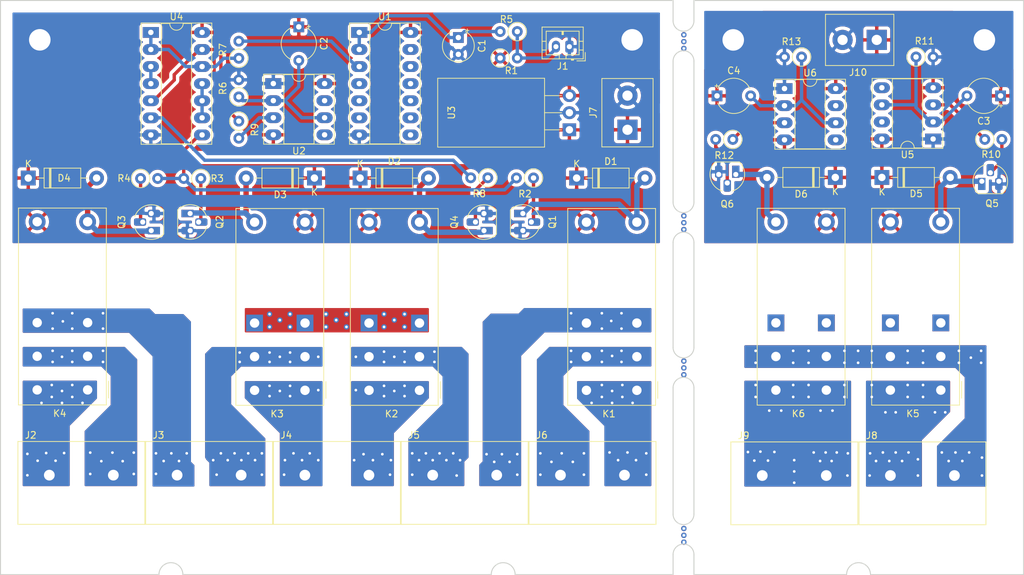
<source format=kicad_pcb>
(kicad_pcb (version 20171130) (host pcbnew 5.1.4-e60b266~84~ubuntu18.04.1)
  (layers (0 F.Cu signal) (31 B.Cu signal) (34 B.Paste user hide) (35 F.Paste user hide) (36 B.SilkS user) (37 F.SilkS user) (38 B.Mask user) (39 F.Mask user) (44 Edge.Cuts user))
  (net 0 "")
  (net 1 "Net-(C1-Pad1)")
  (net 2 GND)
  (net 3 +5V)
  (net 4 "Net-(C2-Pad2)")
  (net 5 "Net-(D1-Pad2)")
  (net 6 +12V)
  (net 7 "Net-(D3-Pad2)")
  (net 8 "Net-(D4-Pad2)")
  (net 9 "Net-(Q1-Pad2)")
  (net 10 "Net-(Q2-Pad2)")
  (net 11 "Net-(Q3-Pad2)")
  (net 12 "Net-(Q4-Pad2)")
  (net 13 "Net-(R7-Pad1)")
  (net 14 "Net-(R9-Pad1)")
  (net 15 "Net-(U2-Pad5)")
  (net 16 "Net-(U2-Pad7)")
  (net 17 "Net-(U4-Pad10)")
  (net 18 "Net-(U4-Pad3)")
  (net 19 "Net-(D2-Pad2)")
  (net 20 "Net-(MT3-Pad1)")
  (net 21 "Net-(MT4-Pad1)")
  (net 22 "/Mode Selection/230V_L")
  (net 23 "/Mode Selection/RELAY_1_3_4")
  (net 24 "/Mode Selection/RELAY_2")
  (net 25 "/Mode Selection/ON_DELAY")
  (net 26 "/Mode Selection/MODE_SELECT")
  (net 27 "/Mode Selection/230V_N")
  (net 28 "/Mode Selection/115V_2_N")
  (net 29 "/Mode Selection/W5")
  (net 30 "/Mode Selection/W6")
  (net 31 "/Mode Selection/W7")
  (net 32 "/Mode Selection/W8")
  (net 33 "/Mode Selection/115V_1_L")
  (net 34 "/Mode Selection/115V_1_N")
  (net 35 "/Mode Selection/115V_2_L")
  (net 36 "/Mode Selection/MODE_SW")
  (net 37 "Net-(C3-Pad2)")
  (net 38 "Net-(C4-Pad2)")
  (net 39 "/Soft Start/ON_RELAY")
  (net 40 "/Soft Start/BALLAST_RELAY")
  (net 41 "/Soft Start/BALLAST_1")
  (net 42 "/Soft Start/PWR_1")
  (net 43 "/Soft Start/BALLAST_2")
  (net 44 "Net-(K5-Pad6)")
  (net 45 "Net-(K5-Pad3)")
  (net 46 "Net-(K6-Pad3)")
  (net 47 "Net-(K6-Pad6)")
  (net 48 "Net-(Q5-Pad2)")
  (net 49 "Net-(Q6-Pad2)")
  (net 50 "Net-(R10-Pad1)")
  (net 51 "Net-(R12-Pad1)")
  (net 52 "Net-(U5-Pad5)")
  (net 53 "Net-(U5-Pad7)")
  (net 54 "Net-(U6-Pad7)")
  (net 55 "Net-(U6-Pad5)")
  (net 56 "Net-(MT7-Pad1)")
  (net 57 "Net-(MT8-Pad1)")
  (net 58 "Net-(K2-Pad2)")
  (module CustomParts:Relay_SPDT_Omron_G2R-1-E (layer F.Cu) (at 33.636 96.8491 180)
    (fp_text reference K4 (at 4.15 -3.5 180) (layer F.SilkS))
    (fp_text value G2R-1-E-12VDC)
    (pad 7 thru_hole rect (at 7.5 10 90) (size 2.5 2.5) (drill 1.4) (layers *.Cu *.Mask) (net 27 "/Mode Selection/230V_N"))
    (pad 2 thru_hole trapezoid (at 0 10 90) (size 2.5 2.5) (drill 1.4) (layers *.Cu *.Mask) (net 27 "/Mode Selection/230V_N"))
    (pad 5 thru_hole rect (at 7.5 0 90) (size 2.5 2.5) (drill 1.4) (layers *.Cu *.Mask) (net 28 "/Mode Selection/115V_2_N"))
    (pad 6 thru_hole rect (at 7.5 5 90) (size 2.5 2.5) (drill 1.4) (layers *.Cu *.Mask) (net 32 "/Mode Selection/W8"))
    (pad 8 thru_hole circle (at 7.5 25 90) (size 2.5 2.5) (drill 1.4) (layers *.Cu *.Mask) (net 6 +12V) (clearance 0.4))
    (pad 1 thru_hole circle (at 0 25 90) (size 2.5 2.5) (drill 1.4) (layers *.Cu *.Mask) (net 8 "Net-(D4-Pad2)") (clearance 0.4))
    (pad 3 thru_hole trapezoid (at 0 5 90) (size 2.5 2.5) (drill 1.4) (layers *.Cu *.Mask) (net 32 "/Mode Selection/W8"))
    (pad 4 thru_hole rect (at 0 0 90) (size 2.5 2.5) (drill 1.4) (layers *.Cu *.Mask) (net 28 "/Mode Selection/115V_2_N"))
  )
  (module CustomParts:Relay_SPDT_Omron_G2R-1-E (layer F.Cu) (at 65.9575 96.9126 180)
    (fp_text reference K3 (at 4.15 -3.5 180) (layer F.SilkS))
    (fp_text value G2R-1-E-12VDC)
    (pad 7 thru_hole rect (at 7.5 10 90) (size 2.5 2.5) (drill 1.4) (layers *.Cu *.Mask) (net 58 "Net-(K2-Pad2)"))
    (pad 2 thru_hole trapezoid (at 0 10 90) (size 2.5 2.5) (drill 1.4) (layers *.Cu *.Mask) (net 58 "Net-(K2-Pad2)"))
    (pad 5 thru_hole rect (at 7.5 0 90) (size 2.5 2.5) (drill 1.4) (layers *.Cu *.Mask) (net 35 "/Mode Selection/115V_2_L"))
    (pad 6 thru_hole rect (at 7.5 5 90) (size 2.5 2.5) (drill 1.4) (layers *.Cu *.Mask) (net 31 "/Mode Selection/W7"))
    (pad 8 thru_hole circle (at 7.5 25 90) (size 2.5 2.5) (drill 1.4) (layers *.Cu *.Mask) (net 7 "Net-(D3-Pad2)") (clearance 0.4))
    (pad 1 thru_hole circle (at 0 25 90) (size 2.5 2.5) (drill 1.4) (layers *.Cu *.Mask) (net 6 +12V) (clearance 0.4))
    (pad 3 thru_hole trapezoid (at 0 5 90) (size 2.5 2.5) (drill 1.4) (layers *.Cu *.Mask) (net 31 "/Mode Selection/W7"))
    (pad 4 thru_hole rect (at 0 0 90) (size 2.5 2.5) (drill 1.4) (layers *.Cu *.Mask) (net 35 "/Mode Selection/115V_2_L"))
  )
  (module CustomParts:Relay_SPDT_Omron_G2R-1-E (layer F.Cu) (at 82.9755 96.9126 180)
    (fp_text reference K2 (at 4.15 -3.5 180) (layer F.SilkS))
    (fp_text value G2R-1-E-12VDC)
    (pad 7 thru_hole rect (at 7.5 10 90) (size 2.5 2.5) (drill 1.4) (layers *.Cu *.Mask) (net 58 "Net-(K2-Pad2)"))
    (pad 2 thru_hole trapezoid (at 0 10 90) (size 2.5 2.5) (drill 1.4) (layers *.Cu *.Mask) (net 58 "Net-(K2-Pad2)"))
    (pad 5 thru_hole rect (at 7.5 0 90) (size 2.5 2.5) (drill 1.4) (layers *.Cu *.Mask) (net 34 "/Mode Selection/115V_1_N"))
    (pad 6 thru_hole rect (at 7.5 5 90) (size 2.5 2.5) (drill 1.4) (layers *.Cu *.Mask) (net 30 "/Mode Selection/W6"))
    (pad 8 thru_hole circle (at 7.5 25 90) (size 2.5 2.5) (drill 1.4) (layers *.Cu *.Mask) (net 6 +12V) (clearance 0.4))
    (pad 1 thru_hole circle (at 0 25 90) (size 2.5 2.5) (drill 1.4) (layers *.Cu *.Mask) (net 19 "Net-(D2-Pad2)") (clearance 0.4))
    (pad 3 thru_hole trapezoid (at 0 5 90) (size 2.5 2.5) (drill 1.4) (layers *.Cu *.Mask) (net 30 "/Mode Selection/W6"))
    (pad 4 thru_hole rect (at 0 0 90) (size 2.5 2.5) (drill 1.4) (layers *.Cu *.Mask) (net 34 "/Mode Selection/115V_1_N"))
  )
  (module Relay_THT:Relay_DPDT_Fujitsu_FTR-F1C (layer F.Cu) (at 115.297 96.9126 180)
    (fp_text reference K1 (at 4.15 -3.5) (layer F.SilkS))
    (fp_text value G2R-1-E-12VDC)
    (pad 4 thru_hole rect (at 0 0 90) (size 2.5 2.5) (drill 1.4) (layers *.Cu *.Mask) (net 33 "/Mode Selection/115V_1_L"))
    (pad 3 thru_hole rect (at 0 5 90) (size 2.5 2.5) (drill 1.4) (layers *.Cu *.Mask) (net 29 "/Mode Selection/W5"))
    (pad 1 thru_hole circle (at 0 25 90) (size 2.5 2.5) (drill 1.4) (layers *.Cu *.Mask) (net 5 "Net-(D1-Pad2)") (clearance 0.4))
    (pad 8 thru_hole circle (at 7.5 25 90) (size 2.5 2.5) (drill 1.4) (layers *.Cu *.Mask) (net 6 +12V) (clearance 0.4))
    (pad 6 thru_hole rect (at 7.5 5 90) (size 2.5 2.5) (drill 1.4) (layers *.Cu *.Mask) (net 29 "/Mode Selection/W5"))
    (pad 5 thru_hole rect (at 7.5 0 90) (size 2.5 2.5) (drill 1.4) (layers *.Cu *.Mask) (net 33 "/Mode Selection/115V_1_L"))
    (pad 2 thru_hole rect (at 0 10 90) (size 2.5 2.5) (drill 1.4) (layers *.Cu *.Mask) (net 22 "/Mode Selection/230V_L"))
    (pad 7 thru_hole rect (at 7.5 10 90) (size 2.5 2.5) (drill 1.4) (layers *.Cu *.Mask) (net 22 "/Mode Selection/230V_L"))
  )
  (module CustomParts:TerminalBlock_bornier-2_P5.08mm_no_line (layer F.Cu) (at 150.96 44.8136 180)
    (fp_text reference J10 (at 2.77 -4.826 180) (layer F.SilkS))
    (fp_text value PWR)
    (pad 1 thru_hole rect (at 0 0 180) (size 3 3) (drill 1.52) (layers *.Cu *.Mask) (net 6 +12V))
    (pad 2 thru_hole circle (at 5.08 0 180) (size 3 3) (drill 1.52) (layers *.Cu *.Mask) (net 2 GND))
  )
  (module CustomParts:TerminalBlock_bornier-2_P5.08mm_no_line (layer F.Cu) (at 113.9 58.1776 90)
    (fp_text reference J7 (at 2.54 -5.08 90) (layer F.SilkS))
    (fp_text value PWR)
    (pad 1 thru_hole rect (at 0 0 90) (size 3 3) (drill 1.52) (layers *.Cu *.Mask) (net 6 +12V))
    (pad 2 thru_hole circle (at 5.08 0 90) (size 3 3) (drill 1.52) (layers *.Cu *.Mask) (net 2 GND))
  )
  (module CustomParts:TerminalBlock_CixiMeigan_MG950-9.5-2_P9.52mm (layer F.Cu) (at 65.9384 109.5248)
    (fp_text reference J4 (at -2.7686 -5.9436) (layer F.SilkS))
    (fp_text value MG950-9.5)
    (pad 2 thru_hole rect (at 9.52 0) (size 5 3) (drill 1.6) (layers *.Cu *.Mask) (net 34 "/Mode Selection/115V_1_N"))
    (pad 1 thru_hole rect (at 0 0) (size 5 3) (drill 1.6) (layers *.Cu *.Mask) (net 35 "/Mode Selection/115V_2_L"))
  )
  (module Resistor_THT:R_Axial_DIN0207_L6.3mm_D2.5mm_P2.54mm_Vertical (layer F.Cu) (at 56.115 47.54516 90)
    (fp_text reference R7 (at 1.27 -2.37 90) (layer F.SilkS))
    (fp_text value 10)
    (pad 1 thru_hole circle (at 0 0 90) (size 1.6 1.6) (drill 0.8) (layers *.Cu *.Mask) (net 13 "Net-(R7-Pad1)"))
    (pad 2 thru_hole oval (at 2.54 0 90) (size 1.6 1.6) (drill 0.8) (layers *.Cu *.Mask) (net 26 "/Mode Selection/MODE_SELECT"))
  )
  (module MountingHole:MountingHole_3.2mm_M3 (layer F.Cu) (at 95.4215 80.48896)
    (fp_text reference MT4 hide)
    (fp_text value Conn_01x01)
    (pad 1 np_thru_hole circle (at 0 0) (size 3.2 3.2) (drill 3.2) (layers *.Cu *.Mask) (net 21 "Net-(MT4-Pad1)"))
  )
  (module MountingHole:MountingHole_3.2mm_M3 (layer F.Cu) (at 46.0185 80.48896)
    (fp_text reference MT3 hide)
    (fp_text value Conn_01x01)
    (pad 1 np_thru_hole circle (at 0 0) (size 3.2 3.2) (drill 3.2) (layers *.Cu *.Mask) (net 20 "Net-(MT3-Pad1)"))
  )
  (module MountingHole:MountingHole_3.2mm_M3_Pad (layer F.Cu) (at 26.524 44.80196)
    (fp_text reference MT1 hide)
    (fp_text value Conn_01x01)
    (pad 1 thru_hole circle (at 0 0) (size 6.4 6.4) (drill 3.2) (layers *.Cu *.Mask) (net 2 GND))
  )
  (module MountingHole:MountingHole_3.2mm_M3_Pad (layer F.Cu) (at 114.5985 44.80196)
    (fp_text reference MT2 hide)
    (fp_text value Conn_01x01)
    (pad 1 thru_hole circle (at 0 0) (size 6.4 6.4) (drill 3.2) (layers *.Cu *.Mask) (net 2 GND))
  )
  (module Resistor_THT:R_Axial_DIN0207_L6.3mm_D2.5mm_P2.54mm_Vertical (layer F.Cu) (at 56.115 53.28556 90)
    (fp_text reference R6 (at 1.27 -2.37 90) (layer F.SilkS))
    (fp_text value 47k)
    (pad 2 thru_hole oval (at 2.54 0 90) (size 1.6 1.6) (drill 0.8) (layers *.Cu *.Mask) (net 2 GND))
    (pad 1 thru_hole circle (at 0 0 90) (size 1.6 1.6) (drill 0.8) (layers *.Cu *.Mask) (net 4 "Net-(C2-Pad2)"))
  )
  (module Resistor_THT:R_Axial_DIN0207_L6.3mm_D2.5mm_P2.54mm_Vertical (layer F.Cu) (at 56.115 56.89236 270)
    (fp_text reference R9 (at 1.27 -2.37 270) (layer F.SilkS))
    (fp_text value 1k)
    (pad 2 thru_hole oval (at 2.54 0 270) (size 1.6 1.6) (drill 0.8) (layers *.Cu *.Mask) (net 25 "/Mode Selection/ON_DELAY"))
    (pad 1 thru_hole circle (at 0 0 270) (size 1.6 1.6) (drill 0.8) (layers *.Cu *.Mask) (net 14 "Net-(R9-Pad1)"))
  )
  (module Resistor_THT:R_Axial_DIN0207_L6.3mm_D2.5mm_P2.54mm_Vertical (layer F.Cu) (at 94.977 47.5096)
    (fp_text reference R1 (at 1.66116 1.87452) (layer F.SilkS))
    (fp_text value 82k)
    (pad 2 thru_hole oval (at 2.54 0) (size 1.6 1.6) (drill 0.8) (layers *.Cu *.Mask) (net 36 "/Mode Selection/MODE_SW"))
    (pad 1 thru_hole circle (at 0 0) (size 1.6 1.6) (drill 0.8) (layers *.Cu *.Mask) (net 3 +5V))
  )
  (module Resistor_THT:R_Axial_DIN0207_L6.3mm_D2.5mm_P2.54mm_Vertical (layer F.Cu) (at 97.517 43.5726 180)
    (fp_text reference R5 (at 1.6129 1.82372 180) (layer F.SilkS))
    (fp_text value 18k)
    (pad 2 thru_hole oval (at 2.54 0 180) (size 1.6 1.6) (drill 0.8) (layers *.Cu *.Mask) (net 1 "Net-(C1-Pad1)"))
    (pad 1 thru_hole circle (at 0 0 180) (size 1.6 1.6) (drill 0.8) (layers *.Cu *.Mask) (net 36 "/Mode Selection/MODE_SW"))
  )
  (module CustomParts:TO-220-3_Horizontal_TabDown_NoHole (layer F.Cu) (at 105.264 58.1776 90)
    (fp_text reference U3 (at 2.54 -17.526 90) (layer F.SilkS))
    (fp_text value LM7805_TO220)
    (pad 3 thru_hole oval (at 5.08 0 90) (size 1.905 2) (drill 1.1) (layers *.Cu *.Mask) (net 3 +5V))
    (pad 2 thru_hole oval (at 2.54 0 90) (size 1.905 2) (drill 1.1) (layers *.Cu *.Mask) (net 2 GND))
    (pad 1 thru_hole rect (at 0 0 90) (size 1.905 2) (drill 1.1) (layers *.Cu *.Mask) (net 6 +12V))
  )
  (module Resistor_THT:R_Axial_DIN0207_L6.3mm_D2.5mm_P2.54mm_Vertical (layer F.Cu) (at 99.93 65.3404 180)
    (fp_text reference R2 (at 1.27 -2.37 180) (layer F.SilkS))
    (fp_text value 3k)
    (pad 2 thru_hole oval (at 2.54 0 180) (size 1.6 1.6) (drill 0.8) (layers *.Cu *.Mask) (net 23 "/Mode Selection/RELAY_1_3_4"))
    (pad 1 thru_hole circle (at 0 0 180) (size 1.6 1.6) (drill 0.8) (layers *.Cu *.Mask) (net 9 "Net-(Q1-Pad2)"))
  )
  (module Resistor_THT:R_Axial_DIN0207_L6.3mm_D2.5mm_P2.54mm_Vertical (layer F.Cu) (at 93.1355 65.31246 180)
    (fp_text reference R8 (at 1.27 -2.37 180) (layer F.SilkS))
    (fp_text value 1k)
    (pad 2 thru_hole oval (at 2.54 0 180) (size 1.6 1.6) (drill 0.8) (layers *.Cu *.Mask) (net 24 "/Mode Selection/RELAY_2"))
    (pad 1 thru_hole circle (at 0 0 180) (size 1.6 1.6) (drill 0.8) (layers *.Cu *.Mask) (net 12 "Net-(Q4-Pad2)"))
  )
  (module Resistor_THT:R_Axial_DIN0207_L6.3mm_D2.5mm_P2.54mm_Vertical (layer F.Cu) (at 50.4635 65.4166 180)
    (fp_text reference R3 (at -2.43332 -0.00508 180) (layer F.SilkS))
    (fp_text value 3k)
    (pad 2 thru_hole oval (at 2.54 0 180) (size 1.6 1.6) (drill 0.8) (layers *.Cu *.Mask) (net 23 "/Mode Selection/RELAY_1_3_4"))
    (pad 1 thru_hole circle (at 0 0 180) (size 1.6 1.6) (drill 0.8) (layers *.Cu *.Mask) (net 10 "Net-(Q2-Pad2)"))
  )
  (module Resistor_THT:R_Axial_DIN0207_L6.3mm_D2.5mm_P2.54mm_Vertical (layer F.Cu) (at 41.51 65.4166)
    (fp_text reference R4 (at -2.46126 -0.02286) (layer F.SilkS))
    (fp_text value 3k)
    (pad 2 thru_hole oval (at 2.54 0) (size 1.6 1.6) (drill 0.8) (layers *.Cu *.Mask) (net 23 "/Mode Selection/RELAY_1_3_4"))
    (pad 1 thru_hole circle (at 0 0) (size 1.6 1.6) (drill 0.8) (layers *.Cu *.Mask) (net 11 "Net-(Q3-Pad2)"))
  )
  (module Capacitor_THT:CP_Radial_Tantal_D4.5mm_P2.50mm (layer F.Cu) (at 88.754 44.4616 270)
    (fp_text reference C1 (at 1.25 -3.5 270) (layer F.SilkS))
    (fp_text value 1uF)
    (pad 1 thru_hole rect (at 0 0 270) (size 1.6 1.6) (drill 0.8) (layers *.Cu *.Mask) (net 1 "Net-(C1-Pad1)"))
    (pad 2 thru_hole circle (at 2.5 0 270) (size 1.6 1.6) (drill 0.8) (layers *.Cu *.Mask) (net 2 GND))
  )
  (module Capacitor_THT:CP_Radial_Tantal_D5.0mm_P5.00mm (layer F.Cu) (at 65.0304 42.87156 270)
    (fp_text reference C2 (at 2.5 -3.75 270) (layer F.SilkS))
    (fp_text value 47uF)
    (pad 2 thru_hole circle (at 5 0 270) (size 1.6 1.6) (drill 0.8) (layers *.Cu *.Mask) (net 4 "Net-(C2-Pad2)"))
    (pad 1 thru_hole rect (at 0 0 270) (size 1.6 1.6) (drill 0.8) (layers *.Cu *.Mask) (net 3 +5V))
  )
  (module Diode_THT:D_DO-41_SOD81_P10.16mm_Horizontal (layer F.Cu) (at 106.3435 65.3531)
    (fp_text reference D1 (at 5.08 -2.47) (layer F.SilkS))
    (fp_text value 1N4007)
    (fp_text user K (at 0 -2.1) (layer F.SilkS))
    (pad 2 thru_hole oval (at 10.16 0) (size 2.2 2.2) (drill 1.1) (layers *.Cu *.Mask) (net 5 "Net-(D1-Pad2)"))
    (pad 1 thru_hole rect (at 0 0) (size 2.2 2.2) (drill 1.1) (layers *.Cu *.Mask) (net 6 +12V))
  )
  (module Diode_THT:D_DO-41_SOD81_P10.16mm_Horizontal (layer F.Cu) (at 74.149 65.3531)
    (fp_text reference D2 (at 5.08 -2.47) (layer F.SilkS))
    (fp_text value 1N4007)
    (fp_text user K (at 0 -2.1) (layer F.SilkS))
    (pad 1 thru_hole rect (at 0 0) (size 2.2 2.2) (drill 1.1) (layers *.Cu *.Mask) (net 6 +12V))
    (pad 2 thru_hole oval (at 10.16 0) (size 2.2 2.2) (drill 1.1) (layers *.Cu *.Mask) (net 19 "Net-(D2-Pad2)"))
  )
  (module Diode_THT:D_DO-41_SOD81_P10.16mm_Horizontal (layer F.Cu) (at 67.3545 65.3531 180)
    (fp_text reference D3 (at 5.08 -2.47 180) (layer F.SilkS))
    (fp_text value 1N4007)
    (fp_text user K (at 0 -2.1 180) (layer F.SilkS))
    (pad 1 thru_hole rect (at 0 0 180) (size 2.2 2.2) (drill 1.1) (layers *.Cu *.Mask) (net 6 +12V))
    (pad 2 thru_hole oval (at 10.16 0 180) (size 2.2 2.2) (drill 1.1) (layers *.Cu *.Mask) (net 7 "Net-(D3-Pad2)"))
  )
  (module Diode_THT:D_DO-41_SOD81_P10.16mm_Horizontal (layer F.Cu) (at 24.8095 65.3531)
    (fp_text reference D4 (at 5.32638 0.00762) (layer F.SilkS))
    (fp_text value 1N4007)
    (fp_text user K (at 0 -2.1) (layer F.SilkS))
    (pad 2 thru_hole oval (at 10.16 0) (size 2.2 2.2) (drill 1.1) (layers *.Cu *.Mask) (net 8 "Net-(D4-Pad2)"))
    (pad 1 thru_hole rect (at 0 0) (size 2.2 2.2) (drill 1.1) (layers *.Cu *.Mask) (net 6 +12V))
  )
  (module Connector_JST:JST_PH_B2B-PH-K_1x02_P2.00mm_Vertical (layer F.Cu) (at 105.264 45.81796 180)
    (fp_text reference J1 (at 1 -2.9 180) (layer F.SilkS))
    (fp_text value MODE)
    (pad 1 thru_hole roundrect (at 0 0 180) (size 1.2 1.75) (drill 0.75) (layers *.Cu *.Mask) (roundrect_rratio 0.208333) (net 2 GND))
    (pad 2 thru_hole oval (at 2 0 180) (size 1.2 1.75) (drill 0.75) (layers *.Cu *.Mask) (net 36 "/Mode Selection/MODE_SW"))
  )
  (module CustomParts:TerminalBlock_CixiMeigan_MG950-9.5-2_P9.52mm (layer F.Cu) (at 27.94 109.5248)
    (fp_text reference J2 (at -2.7686 -5.9436) (layer F.SilkS))
    (fp_text value MG950-9.5)
    (pad 2 thru_hole rect (at 9.52 0) (size 5 3) (drill 1.6) (layers *.Cu *.Mask) (net 32 "/Mode Selection/W8"))
    (pad 1 thru_hole rect (at 0 0) (size 5 3) (drill 1.6) (layers *.Cu *.Mask) (net 28 "/Mode Selection/115V_2_N"))
  )
  (module CustomParts:TerminalBlock_CixiMeigan_MG950-9.5-2_P9.52mm (layer F.Cu) (at 46.9392 109.5248)
    (fp_text reference J3 (at -2.7686 -5.9436) (layer F.SilkS))
    (fp_text value MG950-9.5)
    (pad 2 thru_hole rect (at 9.52 0) (size 5 3) (drill 1.6) (layers *.Cu *.Mask) (net 31 "/Mode Selection/W7"))
    (pad 1 thru_hole rect (at 0 0) (size 5 3) (drill 1.6) (layers *.Cu *.Mask) (net 27 "/Mode Selection/230V_N"))
  )
  (module CustomParts:TerminalBlock_CixiMeigan_MG950-9.5-2_P9.52mm (layer F.Cu) (at 84.9376 109.5248)
    (fp_text reference J5 (at -2.7686 -5.9436) (layer F.SilkS))
    (fp_text value MG950-9.5)
    (pad 1 thru_hole rect (at 0 0) (size 5 3) (drill 1.6) (layers *.Cu *.Mask) (net 30 "/Mode Selection/W6"))
    (pad 2 thru_hole rect (at 9.52 0) (size 5 3) (drill 1.6) (layers *.Cu *.Mask) (net 22 "/Mode Selection/230V_L"))
  )
  (module CustomParts:TerminalBlock_CixiMeigan_MG950-9.5-2_P9.52mm (layer F.Cu) (at 103.9368 109.5248)
    (fp_text reference J6 (at -2.7686 -5.9436) (layer F.SilkS))
    (fp_text value MG950-9.5)
    (pad 2 thru_hole rect (at 9.52 0) (size 5 3) (drill 1.6) (layers *.Cu *.Mask) (net 33 "/Mode Selection/115V_1_L"))
    (pad 1 thru_hole rect (at 0 0) (size 5 3) (drill 1.6) (layers *.Cu *.Mask) (net 29 "/Mode Selection/W5"))
  )
  (module Package_TO_SOT_THT:TO-92_HandSolder (layer F.Cu) (at 98.3425 70.6236 270)
    (fp_text reference Q1 (at 1.27 -4.4 270) (layer F.SilkS))
    (fp_text value BC546)
    (pad 1 thru_hole rect (at 0 0 270) (size 1.1 1.8) (drill 0.75 (offset 0 0.4)) (layers *.Cu *.Mask) (net 5 "Net-(D1-Pad2)"))
    (pad 3 thru_hole roundrect (at 2.54 0 270) (size 1.1 1.8) (drill 0.75 (offset 0 0.4)) (layers *.Cu *.Mask) (net 2 GND))
    (pad 2 thru_hole roundrect (at 1.27 -1.27 270) (size 1.1 1.8) (drill 0.75 (offset 0 -0.4)) (layers *.Cu *.Mask) (net 9 "Net-(Q1-Pad2)"))
  )
  (module Package_TO_SOT_THT:TO-92_HandSolder (layer F.Cu) (at 48.876 70.6236 270)
    (fp_text reference Q2 (at 1.27 -4.4 270) (layer F.SilkS))
    (fp_text value BC546)
    (pad 2 thru_hole roundrect (at 1.27 -1.27 270) (size 1.1 1.8) (drill 0.75 (offset 0 -0.4)) (layers *.Cu *.Mask) (net 10 "Net-(Q2-Pad2)"))
    (pad 3 thru_hole roundrect (at 2.54 0 270) (size 1.1 1.8) (drill 0.75 (offset 0 0.4)) (layers *.Cu *.Mask) (net 2 GND))
    (pad 1 thru_hole rect (at 0 0 270) (size 1.1 1.8) (drill 0.75 (offset 0 0.4)) (layers *.Cu *.Mask) (net 7 "Net-(D3-Pad2)"))
  )
  (module Package_TO_SOT_THT:TO-92_HandSolder (layer F.Cu) (at 43.0975 73.1636 90)
    (fp_text reference Q3 (at 1.27 -4.4 90) (layer F.SilkS))
    (fp_text value BC546)
    (pad 1 thru_hole rect (at 0 0 90) (size 1.1 1.8) (drill 0.75 (offset 0 0.4)) (layers *.Cu *.Mask) (net 8 "Net-(D4-Pad2)"))
    (pad 3 thru_hole roundrect (at 2.54 0 90) (size 1.1 1.8) (drill 0.75 (offset 0 0.4)) (layers *.Cu *.Mask) (net 2 GND))
    (pad 2 thru_hole roundrect (at 1.27 -1.27 90) (size 1.1 1.8) (drill 0.75 (offset 0 -0.4)) (layers *.Cu *.Mask) (net 11 "Net-(Q3-Pad2)"))
  )
  (module Package_TO_SOT_THT:TO-92_HandSolder (layer F.Cu) (at 92.564 73.1636 90)
    (fp_text reference Q4 (at 1.27 -4.4 90) (layer F.SilkS))
    (fp_text value BC546)
    (pad 2 thru_hole roundrect (at 1.27 -1.27 90) (size 1.1 1.8) (drill 0.75 (offset 0 -0.4)) (layers *.Cu *.Mask) (net 12 "Net-(Q4-Pad2)"))
    (pad 3 thru_hole roundrect (at 2.54 0 90) (size 1.1 1.8) (drill 0.75 (offset 0 0.4)) (layers *.Cu *.Mask) (net 2 GND))
    (pad 1 thru_hole rect (at 0 0 90) (size 1.1 1.8) (drill 0.75 (offset 0 0.4)) (layers *.Cu *.Mask) (net 19 "Net-(D2-Pad2)"))
  )
  (module Package_DIP:DIP-14_W7.62mm_Socket_LongPads (layer F.Cu) (at 74.022 43.6996)
    (fp_text reference U1 (at 3.81 -2.33) (layer F.SilkS))
    (fp_text value HEF4093B)
    (pad 14 thru_hole oval (at 7.62 0) (size 2.4 1.6) (drill 0.8) (layers *.Cu *.Mask) (net 3 +5V))
    (pad 7 thru_hole oval (at 0 15.24) (size 2.4 1.6) (drill 0.8) (layers *.Cu *.Mask) (net 2 GND))
    (pad 13 thru_hole oval (at 7.62 2.54) (size 2.4 1.6) (drill 0.8) (layers *.Cu *.Mask))
    (pad 6 thru_hole oval (at 0 12.7) (size 2.4 1.6) (drill 0.8) (layers *.Cu *.Mask))
    (pad 12 thru_hole oval (at 7.62 5.08) (size 2.4 1.6) (drill 0.8) (layers *.Cu *.Mask))
    (pad 5 thru_hole oval (at 0 10.16) (size 2.4 1.6) (drill 0.8) (layers *.Cu *.Mask))
    (pad 11 thru_hole oval (at 7.62 7.62) (size 2.4 1.6) (drill 0.8) (layers *.Cu *.Mask))
    (pad 4 thru_hole oval (at 0 7.62) (size 2.4 1.6) (drill 0.8) (layers *.Cu *.Mask))
    (pad 10 thru_hole oval (at 7.62 10.16) (size 2.4 1.6) (drill 0.8) (layers *.Cu *.Mask))
    (pad 3 thru_hole oval (at 0 5.08) (size 2.4 1.6) (drill 0.8) (layers *.Cu *.Mask) (net 26 "/Mode Selection/MODE_SELECT"))
    (pad 9 thru_hole oval (at 7.62 12.7) (size 2.4 1.6) (drill 0.8) (layers *.Cu *.Mask))
    (pad 2 thru_hole oval (at 0 2.54) (size 2.4 1.6) (drill 0.8) (layers *.Cu *.Mask) (net 1 "Net-(C1-Pad1)"))
    (pad 8 thru_hole oval (at 7.62 15.24) (size 2.4 1.6) (drill 0.8) (layers *.Cu *.Mask))
    (pad 1 thru_hole rect (at 0 0) (size 2.4 1.6) (drill 0.8) (layers *.Cu *.Mask) (net 1 "Net-(C1-Pad1)"))
  )
  (module Package_DIP:DIP-8_W7.62mm_Socket_LongPads (layer F.Cu) (at 61.2458 51.30436)
    (fp_text reference U2 (at 3.81 10.01924) (layer F.SilkS))
    (fp_text value NE555)
    (pad 1 thru_hole rect (at 0 0) (size 2.4 1.6) (drill 0.8) (layers *.Cu *.Mask) (net 2 GND))
    (pad 5 thru_hole oval (at 7.62 7.62) (size 2.4 1.6) (drill 0.8) (layers *.Cu *.Mask) (net 15 "Net-(U2-Pad5)"))
    (pad 2 thru_hole oval (at 0 2.54) (size 2.4 1.6) (drill 0.8) (layers *.Cu *.Mask) (net 4 "Net-(C2-Pad2)"))
    (pad 6 thru_hole oval (at 7.62 5.08) (size 2.4 1.6) (drill 0.8) (layers *.Cu *.Mask) (net 4 "Net-(C2-Pad2)"))
    (pad 3 thru_hole oval (at 0 5.08) (size 2.4 1.6) (drill 0.8) (layers *.Cu *.Mask) (net 25 "/Mode Selection/ON_DELAY"))
    (pad 7 thru_hole oval (at 7.62 2.54) (size 2.4 1.6) (drill 0.8) (layers *.Cu *.Mask) (net 16 "Net-(U2-Pad7)"))
    (pad 4 thru_hole oval (at 0 7.62) (size 2.4 1.6) (drill 0.8) (layers *.Cu *.Mask) (net 3 +5V))
    (pad 8 thru_hole oval (at 7.62 0) (size 2.4 1.6) (drill 0.8) (layers *.Cu *.Mask) (net 3 +5V))
  )
  (module Package_DIP:DIP-14_W7.62mm_Socket_LongPads (layer F.Cu) (at 43.034 43.6996)
    (fp_text reference U4 (at 3.81 -2.33) (layer F.SilkS))
    (fp_text value 7400)
    (pad 1 thru_hole rect (at 0 0) (size 2.4 1.6) (drill 0.8) (layers *.Cu *.Mask) (net 13 "Net-(R7-Pad1)"))
    (pad 8 thru_hole oval (at 7.62 15.24) (size 2.4 1.6) (drill 0.8) (layers *.Cu *.Mask) (net 23 "/Mode Selection/RELAY_1_3_4"))
    (pad 2 thru_hole oval (at 0 2.54) (size 2.4 1.6) (drill 0.8) (layers *.Cu *.Mask) (net 13 "Net-(R7-Pad1)"))
    (pad 9 thru_hole oval (at 7.62 12.7) (size 2.4 1.6) (drill 0.8) (layers *.Cu *.Mask) (net 17 "Net-(U4-Pad10)"))
    (pad 3 thru_hole oval (at 0 5.08) (size 2.4 1.6) (drill 0.8) (layers *.Cu *.Mask) (net 18 "Net-(U4-Pad3)"))
    (pad 10 thru_hole oval (at 7.62 10.16) (size 2.4 1.6) (drill 0.8) (layers *.Cu *.Mask) (net 17 "Net-(U4-Pad10)"))
    (pad 4 thru_hole oval (at 0 7.62) (size 2.4 1.6) (drill 0.8) (layers *.Cu *.Mask) (net 18 "Net-(U4-Pad3)"))
    (pad 11 thru_hole oval (at 7.62 7.62) (size 2.4 1.6) (drill 0.8) (layers *.Cu *.Mask) (net 17 "Net-(U4-Pad10)"))
    (pad 5 thru_hole oval (at 0 10.16) (size 2.4 1.6) (drill 0.8) (layers *.Cu *.Mask) (net 14 "Net-(R9-Pad1)"))
    (pad 12 thru_hole oval (at 7.62 5.08) (size 2.4 1.6) (drill 0.8) (layers *.Cu *.Mask) (net 13 "Net-(R7-Pad1)"))
    (pad 6 thru_hole oval (at 0 12.7) (size 2.4 1.6) (drill 0.8) (layers *.Cu *.Mask) (net 24 "/Mode Selection/RELAY_2"))
    (pad 13 thru_hole oval (at 7.62 2.54) (size 2.4 1.6) (drill 0.8) (layers *.Cu *.Mask) (net 14 "Net-(R9-Pad1)"))
    (pad 7 thru_hole oval (at 0 15.24) (size 2.4 1.6) (drill 0.8) (layers *.Cu *.Mask) (net 2 GND))
    (pad 14 thru_hole oval (at 7.62 0) (size 2.4 1.6) (drill 0.8) (layers *.Cu *.Mask) (net 3 +5V))
  )
  (module Capacitor_THT:CP_Radial_Tantal_D5.0mm_P5.00mm (layer F.Cu) (at 169.375 53.1321 180)
    (fp_text reference C3 (at 2.5 -3.75) (layer F.SilkS))
    (fp_text value 47uF)
    (pad 2 thru_hole circle (at 5 0 180) (size 1.6 1.6) (drill 0.8) (layers *.Cu *.Mask) (net 37 "Net-(C3-Pad2)"))
    (pad 1 thru_hole rect (at 0 0 180) (size 1.6 1.6) (drill 0.8) (layers *.Cu *.Mask) (net 6 +12V))
  )
  (module Capacitor_THT:CP_Radial_Tantal_D5.0mm_P5.00mm (layer F.Cu) (at 127.211 53.1321)
    (fp_text reference C4 (at 2.5 -3.75) (layer F.SilkS))
    (fp_text value 47uF)
    (pad 1 thru_hole rect (at 0 0) (size 1.6 1.6) (drill 0.8) (layers *.Cu *.Mask) (net 6 +12V))
    (pad 2 thru_hole circle (at 5 0) (size 1.6 1.6) (drill 0.8) (layers *.Cu *.Mask) (net 38 "Net-(C4-Pad2)"))
  )
  (module Diode_THT:D_DO-41_SOD81_P10.16mm_Horizontal (layer F.Cu) (at 151.722 65.2606)
    (fp_text reference D5 (at 5.104 2.413) (layer F.SilkS))
    (fp_text value 1N4007)
    (fp_text user K (at 0.024 2.159) (layer F.SilkS))
    (pad 2 thru_hole oval (at 10.16 0) (size 2.2 2.2) (drill 1.1) (layers *.Cu *.Mask) (net 39 "/Soft Start/ON_RELAY"))
    (pad 1 thru_hole rect (at 0 0) (size 2.2 2.2) (drill 1.1) (layers *.Cu *.Mask) (net 6 +12V))
  )
  (module Diode_THT:D_DO-41_SOD81_P10.16mm_Horizontal (layer F.Cu) (at 144.8005 65.2606 180)
    (fp_text reference D6 (at 5.08 -2.47 180) (layer F.SilkS))
    (fp_text value 1N4007)
    (fp_text user K (at 0 -2.1 180) (layer F.SilkS))
    (pad 1 thru_hole rect (at 0 0 180) (size 2.2 2.2) (drill 1.1) (layers *.Cu *.Mask) (net 6 +12V))
    (pad 2 thru_hole oval (at 10.16 0 180) (size 2.2 2.2) (drill 1.1) (layers *.Cu *.Mask) (net 40 "/Soft Start/BALLAST_RELAY"))
  )
  (module CustomParts:TerminalBlock_CixiMeigan_MG950-9.5-2_P9.52mm (layer F.Cu) (at 152.992 109.5836)
    (fp_text reference J8 (at -2.7686 -5.9436) (layer F.SilkS))
    (fp_text value MG950-9.5)
    (pad 2 thru_hole rect (at 9.52 0) (size 5 3) (drill 1.6) (layers *.Cu *.Mask) (net 41 "/Soft Start/BALLAST_1"))
    (pad 1 thru_hole rect (at 0 0) (size 5 3) (drill 1.6) (layers *.Cu *.Mask) (net 42 "/Soft Start/PWR_1"))
  )
  (module CustomParts:TerminalBlock_CixiMeigan_MG950-9.5-2_P9.52mm (layer F.Cu) (at 133.942 109.5836)
    (fp_text reference J9 (at -2.7686 -5.9436) (layer F.SilkS))
    (fp_text value MG950-9.5)
    (pad 1 thru_hole rect (at 0 0) (size 5 3) (drill 1.6) (layers *.Cu *.Mask) (net 43 "/Soft Start/BALLAST_2"))
    (pad 2 thru_hole rect (at 9.52 0) (size 5 3) (drill 1.6) (layers *.Cu *.Mask) (net 43 "/Soft Start/BALLAST_2"))
  )
  (module Relay_THT:Relay_DPDT_Fujitsu_FTR-F1C (layer F.Cu) (at 160.485 96.8836 180)
    (fp_text reference K5 (at 4.15 -3.5 180) (layer F.SilkS))
    (fp_text value FTR-K1CK012W)
    (pad 6 thru_hole rect (at 7.5 10 90) (size 2.5 2.5) (drill 1.4) (layers *.Cu *.Mask) (net 44 "Net-(K5-Pad6)"))
    (pad 3 thru_hole rect (at 0 10 90) (size 2.5 2.5) (drill 1.4) (layers *.Cu *.Mask) (net 45 "Net-(K5-Pad3)"))
    (pad 8 thru_hole rect (at 7.5 0 90) (size 2.5 2.5) (drill 1.4) (layers *.Cu *.Mask) (net 42 "/Soft Start/PWR_1"))
    (pad 7 thru_hole rect (at 7.5 5 90) (size 2.5 2.5) (drill 1.4) (layers *.Cu *.Mask) (net 41 "/Soft Start/BALLAST_1"))
    (pad 5 thru_hole circle (at 7.5 25 90) (size 2.5 2.5) (drill 1.4) (layers *.Cu *.Mask) (net 6 +12V))
    (pad 4 thru_hole circle (at 0 25 90) (size 2.5 2.5) (drill 1.4) (layers *.Cu *.Mask) (net 39 "/Soft Start/ON_RELAY"))
    (pad 2 thru_hole rect (at 0 5 90) (size 2.5 2.5) (drill 1.4) (layers *.Cu *.Mask) (net 41 "/Soft Start/BALLAST_1"))
    (pad 1 thru_hole rect (at 0 0 90) (size 2.5 2.5) (drill 1.4) (layers *.Cu *.Mask) (net 42 "/Soft Start/PWR_1"))
  )
  (module Relay_THT:Relay_DPDT_Fujitsu_FTR-F1C (layer F.Cu) (at 143.467 96.8836 180)
    (fp_text reference K6 (at 4.15 -3.5 180) (layer F.SilkS))
    (fp_text value FTR-K1CK012W)
    (pad 1 thru_hole rect (at 0 0 90) (size 2.5 2.5) (drill 1.4) (layers *.Cu *.Mask) (net 43 "/Soft Start/BALLAST_2"))
    (pad 2 thru_hole rect (at 0 5 90) (size 2.5 2.5) (drill 1.4) (layers *.Cu *.Mask) (net 41 "/Soft Start/BALLAST_1"))
    (pad 4 thru_hole circle (at 0 25 90) (size 2.5 2.5) (drill 1.4) (layers *.Cu *.Mask) (net 6 +12V))
    (pad 5 thru_hole circle (at 7.5 25 90) (size 2.5 2.5) (drill 1.4) (layers *.Cu *.Mask) (net 40 "/Soft Start/BALLAST_RELAY"))
    (pad 7 thru_hole rect (at 7.5 5 90) (size 2.5 2.5) (drill 1.4) (layers *.Cu *.Mask) (net 41 "/Soft Start/BALLAST_1"))
    (pad 8 thru_hole rect (at 7.5 0 90) (size 2.5 2.5) (drill 1.4) (layers *.Cu *.Mask) (net 43 "/Soft Start/BALLAST_2"))
    (pad 3 thru_hole rect (at 0 10 90) (size 2.5 2.5) (drill 1.4) (layers *.Cu *.Mask) (net 46 "Net-(K6-Pad3)"))
    (pad 6 thru_hole rect (at 7.5 10 90) (size 2.5 2.5) (drill 1.4) (layers *.Cu *.Mask) (net 47 "Net-(K6-Pad6)"))
  )
  (module Package_TO_SOT_THT:TO-92_HandSolder (layer F.Cu) (at 166.581 65.8321)
    (fp_text reference Q5 (at 1.524 3.302) (layer F.SilkS))
    (fp_text value BC546)
    (pad 1 thru_hole rect (at 0 0) (size 1.1 1.8) (drill 0.75 (offset 0 0.4)) (layers *.Cu *.Mask) (net 39 "/Soft Start/ON_RELAY"))
    (pad 3 thru_hole roundrect (at 2.54 0) (size 1.1 1.8) (drill 0.75 (offset 0 0.4)) (layers *.Cu *.Mask) (net 2 GND))
    (pad 2 thru_hole roundrect (at 1.27 -1.27) (size 1.1 1.8) (drill 0.75 (offset 0 -0.4)) (layers *.Cu *.Mask) (net 48 "Net-(Q5-Pad2)"))
  )
  (module Package_TO_SOT_THT:TO-92_HandSolder (layer F.Cu) (at 130.005 64.8161 180)
    (fp_text reference Q6 (at 1.27 -4.4 180) (layer F.SilkS))
    (fp_text value BC546)
    (pad 2 thru_hole roundrect (at 1.27 -1.27 180) (size 1.1 1.8) (drill 0.75 (offset 0 -0.4)) (layers *.Cu *.Mask) (net 49 "Net-(Q6-Pad2)"))
    (pad 3 thru_hole roundrect (at 2.54 0 180) (size 1.1 1.8) (drill 0.75 (offset 0 0.4)) (layers *.Cu *.Mask) (net 2 GND))
    (pad 1 thru_hole rect (at 0 0 180) (size 1.1 1.8) (drill 0.75 (offset 0 0.4)) (layers *.Cu *.Mask) (net 40 "/Soft Start/BALLAST_RELAY"))
  )
  (module Resistor_THT:R_Axial_DIN0207_L6.3mm_D2.5mm_P2.54mm_Vertical (layer F.Cu) (at 167.0255 59.6091)
    (fp_text reference R10 (at 0.9525 2.2225 180) (layer F.SilkS))
    (fp_text value 9k1)
    (pad 1 thru_hole circle (at 0 0) (size 1.6 1.6) (drill 0.8) (layers *.Cu *.Mask) (net 50 "Net-(R10-Pad1)"))
    (pad 2 thru_hole oval (at 2.54 0) (size 1.6 1.6) (drill 0.8) (layers *.Cu *.Mask) (net 48 "Net-(Q5-Pad2)"))
  )
  (module Resistor_THT:R_Axial_DIN0207_L6.3mm_D2.5mm_P2.54mm_Vertical (layer F.Cu) (at 156.802 47.3536)
    (fp_text reference R11 (at 1.27 -2.37) (layer F.SilkS))
    (fp_text value 10k)
    (pad 2 thru_hole oval (at 2.54 0) (size 1.6 1.6) (drill 0.8) (layers *.Cu *.Mask) (net 2 GND))
    (pad 1 thru_hole circle (at 0 0) (size 1.6 1.6) (drill 0.8) (layers *.Cu *.Mask) (net 37 "Net-(C3-Pad2)"))
  )
  (module Resistor_THT:R_Axial_DIN0207_L6.3mm_D2.5mm_P2.54mm_Vertical (layer F.Cu) (at 129.5605 59.6091 180)
    (fp_text reference R12 (at 1.27 -2.37 180) (layer F.SilkS))
    (fp_text value 9k1)
    (pad 1 thru_hole circle (at 0 0 180) (size 1.6 1.6) (drill 0.8) (layers *.Cu *.Mask) (net 51 "Net-(R12-Pad1)"))
    (pad 2 thru_hole oval (at 2.54 0 180) (size 1.6 1.6) (drill 0.8) (layers *.Cu *.Mask) (net 49 "Net-(Q6-Pad2)"))
  )
  (module Resistor_THT:R_Axial_DIN0207_L6.3mm_D2.5mm_P2.54mm_Vertical (layer F.Cu) (at 139.784 47.3536 180)
    (fp_text reference R13 (at 1.5 2.286 180) (layer F.SilkS))
    (fp_text value 22k)
    (pad 2 thru_hole oval (at 2.54 0 180) (size 1.6 1.6) (drill 0.8) (layers *.Cu *.Mask) (net 2 GND))
    (pad 1 thru_hole circle (at 0 0 180) (size 1.6 1.6) (drill 0.8) (layers *.Cu *.Mask) (net 38 "Net-(C4-Pad2)"))
  )
  (module Package_DIP:DIP-8_W7.62mm_Socket_LongPads (layer F.Cu) (at 159.342 59.5456 180)
    (fp_text reference U5 (at 3.81 -2.33 180) (layer F.SilkS))
    (fp_text value NE555)
    (pad 1 thru_hole rect (at 0 0 180) (size 2.4 1.6) (drill 0.8) (layers *.Cu *.Mask) (net 2 GND))
    (pad 5 thru_hole oval (at 7.62 7.62 180) (size 2.4 1.6) (drill 0.8) (layers *.Cu *.Mask) (net 52 "Net-(U5-Pad5)"))
    (pad 2 thru_hole oval (at 0 2.54 180) (size 2.4 1.6) (drill 0.8) (layers *.Cu *.Mask) (net 37 "Net-(C3-Pad2)"))
    (pad 6 thru_hole oval (at 7.62 5.08 180) (size 2.4 1.6) (drill 0.8) (layers *.Cu *.Mask) (net 37 "Net-(C3-Pad2)"))
    (pad 3 thru_hole oval (at 0 5.08 180) (size 2.4 1.6) (drill 0.8) (layers *.Cu *.Mask) (net 50 "Net-(R10-Pad1)"))
    (pad 7 thru_hole oval (at 7.62 2.54 180) (size 2.4 1.6) (drill 0.8) (layers *.Cu *.Mask) (net 53 "Net-(U5-Pad7)"))
    (pad 4 thru_hole oval (at 0 7.62 180) (size 2.4 1.6) (drill 0.8) (layers *.Cu *.Mask) (net 6 +12V))
    (pad 8 thru_hole oval (at 7.62 0 180) (size 2.4 1.6) (drill 0.8) (layers *.Cu *.Mask) (net 6 +12V))
  )
  (module Package_DIP:DIP-8_W7.62mm_Socket_LongPads (layer F.Cu) (at 137.244 52.0526)
    (fp_text reference U6 (at 3.81 -2.33) (layer F.SilkS))
    (fp_text value NE555)
    (pad 8 thru_hole oval (at 7.62 0) (size 2.4 1.6) (drill 0.8) (layers *.Cu *.Mask) (net 6 +12V))
    (pad 4 thru_hole oval (at 0 7.62) (size 2.4 1.6) (drill 0.8) (layers *.Cu *.Mask) (net 6 +12V))
    (pad 7 thru_hole oval (at 7.62 2.54) (size 2.4 1.6) (drill 0.8) (layers *.Cu *.Mask) (net 54 "Net-(U6-Pad7)"))
    (pad 3 thru_hole oval (at 0 5.08) (size 2.4 1.6) (drill 0.8) (layers *.Cu *.Mask) (net 51 "Net-(R12-Pad1)"))
    (pad 6 thru_hole oval (at 7.62 5.08) (size 2.4 1.6) (drill 0.8) (layers *.Cu *.Mask) (net 38 "Net-(C4-Pad2)"))
    (pad 2 thru_hole oval (at 0 2.54) (size 2.4 1.6) (drill 0.8) (layers *.Cu *.Mask) (net 38 "Net-(C4-Pad2)"))
    (pad 5 thru_hole oval (at 7.62 7.62) (size 2.4 1.6) (drill 0.8) (layers *.Cu *.Mask) (net 55 "Net-(U6-Pad5)"))
    (pad 1 thru_hole rect (at 0 0) (size 2.4 1.6) (drill 0.8) (layers *.Cu *.Mask) (net 2 GND))
  )
  (module MountingHole:MountingHole_3.2mm_M3_Pad (layer F.Cu) (at 129.624 44.8136)
    (fp_text reference MT5 hide)
    (fp_text value Conn_01x01)
    (pad 1 thru_hole circle (at 0 0) (size 6.4 6.4) (drill 3.2) (layers *.Cu *.Mask) (net 2 GND))
  )
  (module MountingHole:MountingHole_3.2mm_M3_Pad (layer F.Cu) (at 166.962 44.8136)
    (fp_text reference MT6 hide)
    (fp_text value Conn_01x01)
    (pad 1 thru_hole circle (at 0 0) (size 6.4 6.4) (drill 3.2) (layers *.Cu *.Mask) (net 2 GND))
  )
  (module MountingHole:MountingHole_3.2mm_M3 (layer F.Cu) (at 128.481 82.5961)
    (fp_text reference MT7 hide)
    (fp_text value Conn_01x01)
    (pad 1 np_thru_hole circle (at 0 0) (size 3.2 3.2) (drill 3.2) (layers *.Cu *.Mask) (net 56 "Net-(MT7-Pad1)"))
  )
  (module MountingHole:MountingHole_3.2mm_M3 (layer F.Cu) (at 168.0415 82.5961)
    (fp_text reference MT8 hide)
    (fp_text value Conn_01x01)
    (pad 1 np_thru_hole circle (at 0 0) (size 3.2 3.2) (drill 3.2) (layers *.Cu *.Mask) (net 57 "Net-(MT8-Pad1)"))
  )
  (gr_arc (start 122.2312 90.5364) (end 120.6818 90.5364) (angle -180) (layer Edge.Cuts) (width 0.15))
  (gr_arc (start 122.2312 96.5364) (end 123.7806 96.5364) (angle -180) (layer Edge.Cuts) (width 0.15))
  (gr_arc (start 122.2312 41.9716) (end 120.6818 41.9716) (angle -180) (layer Edge.Cuts) (width 0.15))
  (gr_arc (start 122.2312 47.9716) (end 123.7806 47.9716) (angle -180) (layer Edge.Cuts) (width 0.15))
  (gr_arc (start 122.2312 115.324) (end 120.6818 115.324) (angle -180) (layer Edge.Cuts) (width 0.15))
  (gr_arc (start 122.2312 121.324) (end 123.7806 121.324) (angle -180) (layer Edge.Cuts) (width 0.15))
  (gr_line (start 120.6818 96.5364) (end 120.6818 115.324) (layer Edge.Cuts) (width 0.15))
  (gr_line (start 123.7806 96.5364) (end 123.7806 115.324) (layer Edge.Cuts) (width 0.15))
  (gr_arc (start 122.2312 74.9464) (end 123.7806 74.9464) (angle -180) (layer Edge.Cuts) (width 0.15))
  (gr_arc (start 122.2312 68.9464) (end 120.6818 68.9464) (angle -180) (layer Edge.Cuts) (width 0.15))
  (gr_line (start 120.682 48) (end 120.682 68.9464) (layer Edge.Cuts) (width 0.15))
  (gr_line (start 123.7806 47.9716) (end 123.7806 68.918) (layer Edge.Cuts) (width 0.15))
  (gr_line (start 120.6818 74.9464) (end 120.6818 90.5364) (layer Edge.Cuts) (width 0.15))
  (gr_line (start 123.7806 74.9464) (end 123.7806 90.5364) (layer Edge.Cuts) (width 0.15))
  (gr_line (start 120.6818 121.324) (end 120.6818 124.3156) (layer Edge.Cuts) (width 0.15))
  (gr_line (start 123.7806 121.324) (end 123.7806 124.3156) (layer Edge.Cuts) (width 0.15))
  (gr_line (start 123.7806 124.3156) (end 146.4755 124.3156) (layer Edge.Cuts) (width 0.15))
  (gr_arc (start 148.2535 124.3156) (end 150.0315 124.3156) (angle -180) (layer Edge.Cuts) (width 0.15))
  (gr_line (start 44.2405 124.3156) (end 20.682 124.3156) (layer Edge.Cuts) (width 0.15))
  (gr_line (start 93.6435 124.3156) (end 47.7965 124.3156) (layer Edge.Cuts) (width 0.15))
  (gr_arc (start 46.0185 124.3156) (end 47.7965 124.3156) (angle -180) (layer Edge.Cuts) (width 0.15))
  (gr_arc (start 95.4215 124.3156) (end 97.1995 124.3156) (angle -180) (layer Edge.Cuts) (width 0.15))
  (gr_line (start 123.7806 41.9716) (end 123.7806 38.9556) (layer Edge.Cuts) (width 0.15))
  (gr_line (start 120.6818 41.9716) (end 120.6818 38.9556) (layer Edge.Cuts) (width 0.15))
  (gr_line (start 172.804 38.9556) (end 123.782 38.9556) (layer Edge.Cuts) (width 0.15))
  (gr_line (start 172.804 124.3156) (end 172.804 38.9556) (layer Edge.Cuts) (width 0.15))
  (gr_line (start 150.0315 124.3156) (end 172.804 124.3156) (layer Edge.Cuts) (width 0.15))
  (gr_line (start 20.682 124.3156) (end 20.682 38.9556) (layer Edge.Cuts) (width 0.15))
  (gr_line (start 120.682 124.3156) (end 97.1995 124.3156) (layer Edge.Cuts) (width 0.15))
  (gr_line (start 20.682 38.9556) (end 120.682 38.9556) (layer Edge.Cuts) (width 0.15))
  (via (at 122.282 44.0516) (size 0.8) (drill 0.4) (layers F.Cu B.Cu) (net 0))
  (via (at 122.282 45.0676) (size 0.8) (drill 0.4) (layers F.Cu B.Cu) (net 0))
  (via (at 122.282 46.0836) (size 0.8) (drill 0.4) (layers F.Cu B.Cu) (net 0))
  (via (at 122.282 70.9756) (size 0.8) (drill 0.4) (layers F.Cu B.Cu) (net 0))
  (via (at 122.282 71.9916) (size 0.8) (drill 0.4) (layers F.Cu B.Cu) (net 0))
  (via (at 122.282 73.0076) (size 0.8) (drill 0.4) (layers F.Cu B.Cu) (net 0))
  (via (at 122.282 92.5656) (size 0.8) (drill 0.4) (layers F.Cu B.Cu) (net 0))
  (via (at 122.282 93.5816) (size 0.8) (drill 0.4) (layers F.Cu B.Cu) (net 0))
  (via (at 122.282 94.5976) (size 0.8) (drill 0.4) (layers F.Cu B.Cu) (net 0))
  (via (at 122.282 117.4576) (size 0.8) (drill 0.4) (layers F.Cu B.Cu) (net 0))
  (via (at 122.282 118.4736) (size 0.8) (drill 0.4) (layers F.Cu B.Cu) (net 0))
  (via (at 122.282 119.4896) (size 0.8) (drill 0.4) (layers F.Cu B.Cu) (net 0))
  (segment (start 74.022 43.6996) (end 74.022 46.2396) (width 0.5) (layer B.Cu) (net 1))
  (segment (start 89.643 43.5726) (end 88.754 44.4616) (width 0.5) (layer B.Cu) (net 1))
  (segment (start 94.977 43.5726) (end 89.643 43.5726) (width 0.5) (layer B.Cu) (net 1))
  (segment (start 74.022 43.6996) (end 75.722 43.6996) (width 0.5) (layer B.Cu) (net 1))
  (segment (start 87.454 44.4616) (end 88.754 44.4616) (width 0.5) (layer B.Cu) (net 1))
  (segment (start 84.21296 41.22056) (end 87.454 44.4616) (width 0.5) (layer B.Cu) (net 1))
  (segment (start 78.20104 41.22056) (end 84.21296 41.22056) (width 0.5) (layer B.Cu) (net 1))
  (segment (start 75.722 43.6996) (end 78.20104 41.22056) (width 0.5) (layer B.Cu) (net 1))
  (segment (start 62.9458 53.84436) (end 61.2458 53.84436) (width 0.5) (layer B.Cu) (net 4))
  (segment (start 65.0304 51.75976) (end 62.9458 53.84436) (width 0.5) (layer B.Cu) (net 4))
  (segment (start 65.0304 47.87156) (end 65.0304 51.75976) (width 0.5) (layer B.Cu) (net 4))
  (segment (start 65.4858 56.38436) (end 62.9458 53.84436) (width 0.5) (layer B.Cu) (net 4))
  (segment (start 68.8658 56.38436) (end 65.4858 56.38436) (width 0.5) (layer B.Cu) (net 4))
  (segment (start 56.6738 53.84436) (end 56.115 53.28556) (width 0.5) (layer B.Cu) (net 4))
  (segment (start 61.2458 53.84436) (end 56.6738 53.84436) (width 0.5) (layer B.Cu) (net 4))
  (segment (start 114.047001 70.662601) (end 115.297 71.9126) (width 0.8) (layer B.Cu) (net 5))
  (segment (start 99.703501 69.262599) (end 112.646999 69.262599) (width 0.8) (layer B.Cu) (net 5))
  (segment (start 112.646999 69.262599) (end 114.047001 70.662601) (width 0.8) (layer B.Cu) (net 5))
  (segment (start 98.3425 70.6236) (end 99.703501 69.262599) (width 0.8) (layer B.Cu) (net 5))
  (segment (start 115.297 66.5596) (end 116.5035 65.3531) (width 0.8) (layer B.Cu) (net 5))
  (segment (start 115.297 71.9126) (end 115.297 66.5596) (width 0.8) (layer B.Cu) (net 5))
  (segment (start 48.95601 70.54359) (end 48.876 70.6236) (width 0.8) (layer B.Cu) (net 7))
  (segment (start 57.08849 70.54359) (end 48.95601 70.54359) (width 0.8) (layer B.Cu) (net 7))
  (segment (start 58.4575 71.9126) (end 57.08849 70.54359) (width 0.8) (layer B.Cu) (net 7))
  (segment (start 57.1945 70.6496) (end 58.4575 71.9126) (width 0.8) (layer F.Cu) (net 7))
  (segment (start 57.1945 65.3531) (end 57.1945 70.6496) (width 0.8) (layer F.Cu) (net 7))
  (segment (start 34.885999 73.099099) (end 33.636 71.8491) (width 0.8) (layer B.Cu) (net 8))
  (segment (start 42.497784 73.24361) (end 35.03051 73.24361) (width 0.8) (layer B.Cu) (net 8))
  (segment (start 42.577794 73.1636) (end 42.497784 73.24361) (width 0.8) (layer B.Cu) (net 8))
  (segment (start 35.03051 73.24361) (end 34.885999 73.099099) (width 0.8) (layer B.Cu) (net 8))
  (segment (start 43.0975 73.1636) (end 42.577794 73.1636) (width 0.8) (layer B.Cu) (net 8))
  (segment (start 33.636 66.6866) (end 34.9695 65.3531) (width 0.8) (layer F.Cu) (net 8))
  (segment (start 33.636 71.8491) (end 33.636 66.6866) (width 0.8) (layer F.Cu) (net 8))
  (segment (start 99.93 71.5761) (end 99.93 65.3404) (width 0.5) (layer F.Cu) (net 9))
  (segment (start 99.6125 71.8936) (end 99.93 71.5761) (width 0.5) (layer F.Cu) (net 9))
  (segment (start 50.4635 71.5761) (end 50.4635 65.4166) (width 0.5) (layer F.Cu) (net 10))
  (segment (start 50.146 71.8936) (end 50.4635 71.5761) (width 0.5) (layer F.Cu) (net 10))
  (segment (start 41.8275 71.8936) (end 41.51 71.5761) (width 0.5) (layer B.Cu) (net 11))
  (segment (start 41.51 71.5761) (end 41.51 65.4166) (width 0.5) (layer F.Cu) (net 11))
  (segment (start 41.8275 71.8936) (end 41.51 71.5761) (width 0.5) (layer F.Cu) (net 11))
  (segment (start 91.294 71.8936) (end 90.9765 71.5761) (width 0.5) (layer F.Cu) (net 12))
  (segment (start 91.294 67.15396) (end 93.1355 65.31246) (width 0.5) (layer F.Cu) (net 12))
  (segment (start 91.294 71.8936) (end 91.294 67.15396) (width 0.5) (layer F.Cu) (net 12))
  (segment (start 43.034 43.6996) (end 43.034 46.2396) (width 0.5) (layer B.Cu) (net 13))
  (segment (start 43.034 46.2396) (end 45.66544 46.2396) (width 0.5) (layer B.Cu) (net 13))
  (segment (start 48.20544 48.7796) (end 50.654 48.7796) (width 0.5) (layer B.Cu) (net 13))
  (segment (start 45.66544 46.2396) (end 48.20544 48.7796) (width 0.5) (layer B.Cu) (net 13))
  (segment (start 50.654 48.7796) (end 52.64536 48.7796) (width 0.5) (layer B.Cu) (net 13))
  (segment (start 53.8798 47.54516) (end 56.115 47.54516) (width 0.5) (layer B.Cu) (net 13))
  (segment (start 52.64536 48.7796) (end 53.8798 47.54516) (width 0.5) (layer B.Cu) (net 13))
  (segment (start 43.434 53.8596) (end 46.5138 50.7798) (width 0.5) (layer F.Cu) (net 14))
  (segment (start 43.034 53.8596) (end 43.434 53.8596) (width 0.5) (layer F.Cu) (net 14))
  (segment (start 50.254 46.2396) (end 50.654 46.2396) (width 0.5) (layer F.Cu) (net 14))
  (segment (start 46.5138 49.9798) (end 50.254 46.2396) (width 0.5) (layer F.Cu) (net 14))
  (segment (start 46.5138 50.7798) (end 46.5138 49.9798) (width 0.5) (layer F.Cu) (net 14))
  (segment (start 56.115 56.89236) (end 53.448 54.22536) (width 0.5) (layer F.Cu) (net 14))
  (segment (start 53.448 54.22536) (end 53.448 47.08796) (width 0.5) (layer F.Cu) (net 14))
  (segment (start 52.59964 46.2396) (end 50.654 46.2396) (width 0.5) (layer F.Cu) (net 14))
  (segment (start 53.448 47.08796) (end 52.59964 46.2396) (width 0.5) (layer F.Cu) (net 14))
  (segment (start 50.654 51.3196) (end 50.654 56.3996) (width 0.5) (layer B.Cu) (net 17))
  (segment (start 43.034 48.7796) (end 43.034 51.3196) (width 0.5) (layer B.Cu) (net 18))
  (segment (start 84.225499 73.162599) (end 82.9755 71.9126) (width 0.8) (layer B.Cu) (net 19))
  (segment (start 84.4805 73.4176) (end 84.225499 73.162599) (width 0.8) (layer B.Cu) (net 19))
  (segment (start 92.31 73.4176) (end 84.4805 73.4176) (width 0.8) (layer B.Cu) (net 19))
  (segment (start 92.564 73.1636) (end 92.31 73.4176) (width 0.8) (layer B.Cu) (net 19))
  (segment (start 82.9755 66.6866) (end 84.309 65.3531) (width 0.8) (layer F.Cu) (net 19))
  (segment (start 82.9755 71.9126) (end 82.9755 66.6866) (width 0.8) (layer F.Cu) (net 19))
  (via (at 110.09 85.4536) (size 0.8) (drill 0.4) (layers F.Cu B.Cu) (net 22))
  (via (at 110.09 87.7396) (size 0.8) (drill 0.4) (layers F.Cu B.Cu) (net 22))
  (via (at 113.011 85.4536) (size 0.8) (drill 0.4) (layers F.Cu B.Cu) (net 22))
  (via (at 113.011 87.7396) (size 0.8) (drill 0.4) (layers F.Cu B.Cu) (net 22))
  (via (at 111.487 86.5966) (size 0.8) (drill 0.4) (layers F.Cu B.Cu) (net 22))
  (via (at 105.518 85.4536) (size 0.8) (drill 0.4) (layers F.Cu B.Cu) (net 22))
  (via (at 105.518 87.7396) (size 0.8) (drill 0.4) (layers F.Cu B.Cu) (net 22))
  (via (at 97.517 109.4566) (size 0.8) (drill 0.4) (layers F.Cu B.Cu) (net 22))
  (via (at 92.945 106.4086) (size 0.8) (drill 0.4) (layers F.Cu B.Cu) (net 22))
  (via (at 97.517 106.4086) (size 0.8) (drill 0.4) (layers F.Cu B.Cu) (net 22))
  (via (at 95.231 106.4086) (size 0.8) (drill 0.4) (layers F.Cu B.Cu) (net 22))
  (via (at 94.088 107.5516) (size 0.8) (drill 0.4) (layers F.Cu B.Cu) (net 22))
  (via (at 96.374 107.5516) (size 0.8) (drill 0.4) (layers F.Cu B.Cu) (net 22))
  (segment (start 48.723499 66.216599) (end 47.9235 65.4166) (width 0.5) (layer B.Cu) (net 23))
  (segment (start 95.627299 67.103101) (end 49.610001 67.103101) (width 0.5) (layer B.Cu) (net 23))
  (segment (start 49.610001 67.103101) (end 48.723499 66.216599) (width 0.5) (layer B.Cu) (net 23))
  (segment (start 97.39 65.3404) (end 95.627299 67.103101) (width 0.5) (layer B.Cu) (net 23))
  (segment (start 47.9235 65.4166) (end 44.05 65.4166) (width 0.5) (layer B.Cu) (net 23))
  (segment (start 50.654 58.9396) (end 50.254 58.9396) (width 0.5) (layer B.Cu) (net 23))
  (segment (start 50.254 58.9396) (end 50.654 58.9396) (width 0.5) (layer F.Cu) (net 23))
  (segment (start 47.9235 61.2701) (end 50.254 58.9396) (width 0.5) (layer F.Cu) (net 23))
  (segment (start 47.9235 65.4166) (end 47.9235 61.2701) (width 0.5) (layer F.Cu) (net 23))
  (segment (start 43.434 56.3996) (end 43.034 56.3996) (width 0.5) (layer F.Cu) (net 24))
  (segment (start 44.734 56.3996) (end 51.04336 62.70896) (width 0.5) (layer B.Cu) (net 24))
  (segment (start 43.034 56.3996) (end 44.734 56.3996) (width 0.5) (layer B.Cu) (net 24))
  (segment (start 87.992 62.70896) (end 90.5955 65.31246) (width 0.5) (layer B.Cu) (net 24))
  (segment (start 51.04336 62.70896) (end 87.992 62.70896) (width 0.5) (layer B.Cu) (net 24))
  (segment (start 59.163 56.38436) (end 56.115 59.43236) (width 0.5) (layer B.Cu) (net 25))
  (segment (start 61.2458 56.38436) (end 59.163 56.38436) (width 0.5) (layer B.Cu) (net 25))
  (segment (start 73.622 48.7796) (end 69.84756 45.00516) (width 0.5) (layer B.Cu) (net 26))
  (segment (start 69.84756 45.00516) (end 56.115 45.00516) (width 0.5) (layer B.Cu) (net 26))
  (segment (start 74.022 48.7796) (end 73.622 48.7796) (width 0.5) (layer B.Cu) (net 26))
  (via (at 31.35 87.7396) (size 0.8) (drill 0.4) (layers F.Cu B.Cu) (net 27))
  (via (at 31.35 85.4536) (size 0.8) (drill 0.4) (layers F.Cu B.Cu) (net 27))
  (via (at 28.429 87.7396) (size 0.8) (drill 0.4) (layers F.Cu B.Cu) (net 27))
  (via (at 28.429 85.4536) (size 0.8) (drill 0.4) (layers F.Cu B.Cu) (net 27))
  (via (at 29.953 86.6601) (size 0.8) (drill 0.4) (layers F.Cu B.Cu) (net 27))
  (via (at 35.922 87.7396) (size 0.8) (drill 0.4) (layers F.Cu B.Cu) (net 27))
  (via (at 35.922 85.4536) (size 0.8) (drill 0.4) (layers F.Cu B.Cu) (net 27))
  (via (at 43.796 106.2816) (size 0.8) (drill 0.4) (layers F.Cu B.Cu) (net 27))
  (via (at 44.939 107.4246) (size 0.8) (drill 0.4) (layers F.Cu B.Cu) (net 27))
  (via (at 47.225 107.4246) (size 0.8) (drill 0.4) (layers F.Cu B.Cu) (net 27))
  (via (at 48.368 106.2816) (size 0.8) (drill 0.4) (layers F.Cu B.Cu) (net 27))
  (via (at 46.082 106.2816) (size 0.8) (drill 0.4) (layers F.Cu B.Cu) (net 27))
  (via (at 43.796 109.3296) (size 0.8) (drill 0.4) (layers F.Cu B.Cu) (net 27))
  (via (at 28.302 96.1216) (size 0.8) (drill 0.4) (layers F.Cu B.Cu) (net 28))
  (via (at 28.302 97.8996) (size 0.8) (drill 0.4) (layers F.Cu B.Cu) (net 28))
  (via (at 31.35 96.1216) (size 0.8) (drill 0.4) (layers F.Cu B.Cu) (net 28))
  (via (at 31.35 97.8996) (size 0.8) (drill 0.4) (layers F.Cu B.Cu) (net 28))
  (via (at 29.826 97.0106) (size 0.8) (drill 0.4) (layers F.Cu B.Cu) (net 28))
  (via (at 26.778 98.7886) (size 0.8) (drill 0.4) (layers F.Cu B.Cu) (net 28))
  (via (at 32.874 98.7886) (size 0.8) (drill 0.4) (layers F.Cu B.Cu) (net 28))
  (via (at 29.826 98.7886) (size 0.8) (drill 0.4) (layers F.Cu B.Cu) (net 28))
  (via (at 24.677493 109.541668) (size 0.8) (drill 0.4) (layers F.Cu B.Cu) (net 28))
  (via (at 30.138493 106.239668) (size 0.8) (drill 0.4) (layers F.Cu B.Cu) (net 28))
  (via (at 24.677493 106.366668) (size 0.8) (drill 0.4) (layers F.Cu B.Cu) (net 28))
  (via (at 27.471493 106.239668) (size 0.8) (drill 0.4) (layers F.Cu B.Cu) (net 28))
  (via (at 28.868493 107.382668) (size 0.8) (drill 0.4) (layers F.Cu B.Cu) (net 28))
  (via (at 26.201493 107.382668) (size 0.8) (drill 0.4) (layers F.Cu B.Cu) (net 28))
  (via (at 110.09 92.6926) (size 0.8) (drill 0.4) (layers F.Cu B.Cu) (net 29))
  (via (at 110.09 91.0416) (size 0.8) (drill 0.4) (layers F.Cu B.Cu) (net 29))
  (via (at 113.011 91.0416) (size 0.8) (drill 0.4) (layers F.Cu B.Cu) (net 29))
  (via (at 113.011 92.6926) (size 0.8) (drill 0.4) (layers F.Cu B.Cu) (net 29))
  (via (at 111.614 91.8036) (size 0.8) (drill 0.4) (layers F.Cu B.Cu) (net 29))
  (via (at 105.518 91.0416) (size 0.8) (drill 0.4) (layers F.Cu B.Cu) (net 29))
  (via (at 105.518 92.6926) (size 0.8) (drill 0.4) (layers F.Cu B.Cu) (net 29))
  (via (at 107.423 109.4566) (size 0.8) (drill 0.4) (layers F.Cu B.Cu) (net 29))
  (via (at 100.946 109.4566) (size 0.8) (drill 0.4) (layers F.Cu B.Cu) (net 29))
  (via (at 100.946 106.2816) (size 0.8) (drill 0.4) (layers F.Cu B.Cu) (net 29))
  (via (at 107.423 106.2816) (size 0.8) (drill 0.4) (layers F.Cu B.Cu) (net 29))
  (via (at 104.121 106.2816) (size 0.8) (drill 0.4) (layers F.Cu B.Cu) (net 29))
  (via (at 102.597 107.5516) (size 0.8) (drill 0.4) (layers F.Cu B.Cu) (net 29))
  (via (at 105.772 107.5516) (size 0.8) (drill 0.4) (layers F.Cu B.Cu) (net 29))
  (via (at 77.705 91.1686) (size 0.8) (drill 0.4) (layers F.Cu B.Cu) (net 30))
  (via (at 77.705 92.6926) (size 0.8) (drill 0.4) (layers F.Cu B.Cu) (net 30))
  (via (at 80.753 92.6926) (size 0.8) (drill 0.4) (layers F.Cu B.Cu) (net 30))
  (via (at 80.753 91.1686) (size 0.8) (drill 0.4) (layers F.Cu B.Cu) (net 30))
  (via (at 79.229 91.9306) (size 0.8) (drill 0.4) (layers F.Cu B.Cu) (net 30))
  (via (at 81.896 109.4566) (size 0.8) (drill 0.4) (layers F.Cu B.Cu) (net 30))
  (via (at 73.514 91.9306) (size 0.8) (drill 0.4) (layers F.Cu B.Cu) (net 30))
  (via (at 88.5 109.5836) (size 0.8) (drill 0.4) (layers F.Cu B.Cu) (net 30))
  (via (at 81.896 106.2816) (size 0.8) (drill 0.4) (layers F.Cu B.Cu) (net 30))
  (via (at 83.928 106.2816) (size 0.8) (drill 0.4) (layers F.Cu B.Cu) (net 30))
  (via (at 82.912 107.2976) (size 0.8) (drill 0.4) (layers F.Cu B.Cu) (net 30))
  (via (at 84.944 107.2976) (size 0.8) (drill 0.4) (layers F.Cu B.Cu) (net 30))
  (via (at 85.96 106.2816) (size 0.8) (drill 0.4) (layers F.Cu B.Cu) (net 30))
  (via (at 86.976 107.2976) (size 0.8) (drill 0.4) (layers F.Cu B.Cu) (net 30))
  (via (at 87.992 106.2816) (size 0.8) (drill 0.4) (layers F.Cu B.Cu) (net 30))
  (via (at 89.008 107.2976) (size 0.8) (drill 0.4) (layers F.Cu B.Cu) (net 30))
  (via (at 85.198 91.1686) (size 0.8) (drill 0.4) (layers F.Cu B.Cu) (net 30))
  (via (at 85.198 92.6926) (size 0.8) (drill 0.4) (layers F.Cu B.Cu) (net 30))
  (segment (start 56.496 109.488) (end 56.4592 109.5248) (width 2.5) (layer F.Cu) (net 31))
  (segment (start 55.4592 109.5248) (end 56.4592 109.5248) (width 3) (layer F.Cu) (net 31))
  (via (at 60.687 91.2956) (size 0.8) (drill 0.4) (layers F.Cu B.Cu) (net 31))
  (via (at 60.687 92.6926) (size 0.8) (drill 0.4) (layers F.Cu B.Cu) (net 31))
  (via (at 63.735 91.2956) (size 0.8) (drill 0.4) (layers F.Cu B.Cu) (net 31))
  (via (at 63.735 92.6926) (size 0.8) (drill 0.4) (layers F.Cu B.Cu) (net 31))
  (via (at 62.211 91.9306) (size 0.8) (drill 0.4) (layers F.Cu B.Cu) (net 31))
  (via (at 67.926 91.9306) (size 0.8) (drill 0.4) (layers F.Cu B.Cu) (net 31))
  (via (at 56.242 91.2956) (size 0.8) (drill 0.4) (layers F.Cu B.Cu) (net 31))
  (via (at 56.242 92.6926) (size 0.8) (drill 0.4) (layers F.Cu B.Cu) (net 31))
  (via (at 59.544 109.4566) (size 0.8) (drill 0.4) (layers F.Cu B.Cu) (net 31))
  (via (at 52.813 109.4566) (size 0.8) (drill 0.4) (layers F.Cu B.Cu) (net 31))
  (via (at 59.544 106.2816) (size 0.8) (drill 0.4) (layers F.Cu B.Cu) (net 31))
  (via (at 58.528 107.2976) (size 0.8) (drill 0.4) (layers F.Cu B.Cu) (net 31))
  (via (at 56.496 107.2976) (size 0.8) (drill 0.4) (layers F.Cu B.Cu) (net 31))
  (via (at 57.512 106.2816) (size 0.8) (drill 0.4) (layers F.Cu B.Cu) (net 31))
  (via (at 54.464 107.2976) (size 0.8) (drill 0.4) (layers F.Cu B.Cu) (net 31))
  (via (at 55.48 106.2816) (size 0.8) (drill 0.4) (layers F.Cu B.Cu) (net 31))
  (via (at 53.448 106.2816) (size 0.8) (drill 0.4) (layers F.Cu B.Cu) (net 31))
  (via (at 52.305 107.2976) (size 0.8) (drill 0.4) (layers F.Cu B.Cu) (net 31))
  (segment (start 38.2958 109.5248) (end 37.46 109.5248) (width 0.25) (layer F.Cu) (net 32))
  (via (at 34.020832 109.35133) (size 0.8) (drill 0.4) (layers F.Cu B.Cu) (net 32))
  (via (at 40.497832 109.35133) (size 0.8) (drill 0.4) (layers F.Cu B.Cu) (net 32))
  (via (at 40.497832 106.17633) (size 0.8) (drill 0.4) (layers F.Cu B.Cu) (net 32))
  (via (at 34.020832 106.17633) (size 0.8) (drill 0.4) (layers F.Cu B.Cu) (net 32))
  (via (at 37.322832 106.17633) (size 0.8) (drill 0.4) (layers F.Cu B.Cu) (net 32))
  (via (at 38.846832 107.44633) (size 0.8) (drill 0.4) (layers F.Cu B.Cu) (net 32))
  (via (at 35.671832 107.44633) (size 0.8) (drill 0.4) (layers F.Cu B.Cu) (net 32))
  (via (at 31.35 91.0416) (size 0.8) (drill 0.4) (layers F.Cu B.Cu) (net 32))
  (via (at 31.35 92.6926) (size 0.8) (drill 0.4) (layers F.Cu B.Cu) (net 32))
  (via (at 28.429 92.6926) (size 0.8) (drill 0.4) (layers F.Cu B.Cu) (net 32))
  (via (at 28.429 91.0416) (size 0.8) (drill 0.4) (layers F.Cu B.Cu) (net 32))
  (via (at 29.826 91.9306) (size 0.8) (drill 0.4) (layers F.Cu B.Cu) (net 32))
  (via (at 35.922 92.6926) (size 0.8) (drill 0.4) (layers F.Cu B.Cu) (net 32))
  (via (at 35.922 91.0416) (size 0.8) (drill 0.4) (layers F.Cu B.Cu) (net 32))
  (via (at 110.09 96.1216) (size 0.8) (drill 0.4) (layers F.Cu B.Cu) (net 33))
  (via (at 110.09 97.8996) (size 0.8) (drill 0.4) (layers F.Cu B.Cu) (net 33))
  (via (at 113.138 96.1216) (size 0.8) (drill 0.4) (layers F.Cu B.Cu) (net 33))
  (via (at 113.138 97.8996) (size 0.8) (drill 0.4) (layers F.Cu B.Cu) (net 33))
  (via (at 111.614 97.0106) (size 0.8) (drill 0.4) (layers F.Cu B.Cu) (net 33))
  (via (at 108.566 98.7886) (size 0.8) (drill 0.4) (layers F.Cu B.Cu) (net 33))
  (via (at 114.662 98.7886) (size 0.8) (drill 0.4) (layers F.Cu B.Cu) (net 33))
  (via (at 116.694 109.4566) (size 0.8) (drill 0.4) (layers F.Cu B.Cu) (net 33))
  (via (at 111.614 98.7886) (size 0.8) (drill 0.4) (layers F.Cu B.Cu) (net 33))
  (via (at 111.233 106.1546) (size 0.8) (drill 0.4) (layers F.Cu B.Cu) (net 33))
  (via (at 116.694 106.2816) (size 0.8) (drill 0.4) (layers F.Cu B.Cu) (net 33))
  (via (at 113.9 106.1546) (size 0.8) (drill 0.4) (layers F.Cu B.Cu) (net 33))
  (via (at 112.503 107.2976) (size 0.8) (drill 0.4) (layers F.Cu B.Cu) (net 33))
  (via (at 115.17 107.2976) (size 0.8) (drill 0.4) (layers F.Cu B.Cu) (net 33))
  (segment (start 76.4584 109.5248) (end 75.4584 109.5248) (width 0.25) (layer F.Cu) (net 34))
  (via (at 77.705 96.2486) (size 0.8) (drill 0.4) (layers F.Cu B.Cu) (net 34))
  (via (at 80.753 96.2486) (size 0.8) (drill 0.4) (layers F.Cu B.Cu) (net 34))
  (via (at 77.705 97.7726) (size 0.8) (drill 0.4) (layers F.Cu B.Cu) (net 34))
  (via (at 80.753 97.7726) (size 0.8) (drill 0.4) (layers F.Cu B.Cu) (net 34))
  (via (at 79.229 97.0106) (size 0.8) (drill 0.4) (layers F.Cu B.Cu) (net 34))
  (via (at 78.594 109.4566) (size 0.8) (drill 0.4) (layers F.Cu B.Cu) (net 34))
  (via (at 73.514 96.8836) (size 0.8) (drill 0.4) (layers F.Cu B.Cu) (net 34))
  (via (at 73.26 107.2976) (size 0.8) (drill 0.4) (layers F.Cu B.Cu) (net 34))
  (via (at 78.721 107.2976) (size 0.8) (drill 0.4) (layers F.Cu B.Cu) (net 34))
  (via (at 76.054 107.2976) (size 0.8) (drill 0.4) (layers F.Cu B.Cu) (net 34))
  (via (at 74.657 106.4086) (size 0.8) (drill 0.4) (layers F.Cu B.Cu) (net 34))
  (via (at 77.451 106.4086) (size 0.8) (drill 0.4) (layers F.Cu B.Cu) (net 34))
  (segment (start 64.5022 108.0886) (end 65.9384 109.5248) (width 0.25) (layer F.Cu) (net 35))
  (via (at 60.687 96.2486) (size 0.8) (drill 0.4) (layers F.Cu B.Cu) (net 35))
  (via (at 63.735 96.2486) (size 0.8) (drill 0.4) (layers F.Cu B.Cu) (net 35))
  (via (at 60.687 97.7726) (size 0.8) (drill 0.4) (layers F.Cu B.Cu) (net 35))
  (via (at 63.735 97.7726) (size 0.8) (drill 0.4) (layers F.Cu B.Cu) (net 35))
  (via (at 62.211 97.0106) (size 0.8) (drill 0.4) (layers F.Cu B.Cu) (net 35))
  (via (at 67.926 96.8836) (size 0.8) (drill 0.4) (layers F.Cu B.Cu) (net 35))
  (via (at 62.846 109.4566) (size 0.8) (drill 0.4) (layers F.Cu B.Cu) (net 35))
  (via (at 67.926 107.2976) (size 0.8) (drill 0.4) (layers F.Cu B.Cu) (net 35))
  (via (at 62.973 107.2976) (size 0.8) (drill 0.4) (layers F.Cu B.Cu) (net 35))
  (via (at 65.513 107.2976) (size 0.8) (drill 0.4) (layers F.Cu B.Cu) (net 35))
  (via (at 64.243 106.2816) (size 0.8) (drill 0.4) (layers F.Cu B.Cu) (net 35))
  (via (at 66.656 106.2816) (size 0.8) (drill 0.4) (layers F.Cu B.Cu) (net 35))
  (segment (start 103.264 46.09296) (end 103.264 45.81796) (width 0.5) (layer B.Cu) (net 36))
  (segment (start 101.84736 47.5096) (end 103.264 46.09296) (width 0.5) (layer B.Cu) (net 36))
  (segment (start 97.517 47.5096) (end 101.84736 47.5096) (width 0.5) (layer B.Cu) (net 36))
  (segment (start 97.517 43.5726) (end 97.517 47.5096) (width 0.5) (layer B.Cu) (net 36))
  (segment (start 163.575001 53.932099) (end 164.375 53.1321) (width 0.5) (layer B.Cu) (net 37))
  (segment (start 160.5015 57.0056) (end 163.575001 53.932099) (width 0.5) (layer B.Cu) (net 37))
  (segment (start 159.342 57.0056) (end 160.5015 57.0056) (width 0.5) (layer B.Cu) (net 37))
  (segment (start 158.942 57.0056) (end 159.342 57.0056) (width 0.5) (layer B.Cu) (net 37))
  (segment (start 156.802 54.8656) (end 158.942 57.0056) (width 0.5) (layer B.Cu) (net 37))
  (segment (start 156.802 54.4656) (end 156.802 54.8656) (width 0.5) (layer B.Cu) (net 37))
  (segment (start 151.722 54.4656) (end 156.802 54.4656) (width 0.5) (layer B.Cu) (net 37))
  (segment (start 156.802 47.3536) (end 156.802 54.4656) (width 0.5) (layer B.Cu) (net 37))
  (segment (start 138.944 54.5926) (end 137.244 54.5926) (width 0.5) (layer B.Cu) (net 38))
  (segment (start 139.784 53.7526) (end 138.944 54.5926) (width 0.5) (layer B.Cu) (net 38))
  (segment (start 139.784 47.3536) (end 139.784 53.7526) (width 0.5) (layer B.Cu) (net 38))
  (segment (start 133.6715 54.5926) (end 137.244 54.5926) (width 0.5) (layer B.Cu) (net 38))
  (segment (start 132.211 53.1321) (end 133.6715 54.5926) (width 0.5) (layer B.Cu) (net 38))
  (segment (start 143.164 57.1326) (end 139.784 53.7526) (width 0.5) (layer B.Cu) (net 38))
  (segment (start 144.864 57.1326) (end 143.164 57.1326) (width 0.5) (layer B.Cu) (net 38))
  (segment (start 160.485 66.6576) (end 161.882 65.2606) (width 0.8) (layer B.Cu) (net 39))
  (segment (start 160.485 71.8836) (end 160.485 66.6576) (width 0.8) (layer B.Cu) (net 39))
  (segment (start 162.4535 65.8321) (end 161.882 65.2606) (width 0.8) (layer B.Cu) (net 39))
  (segment (start 166.581 65.8321) (end 162.4535 65.8321) (width 0.8) (layer B.Cu) (net 39))
  (segment (start 134.6405 70.5571) (end 135.967 71.8836) (width 0.8) (layer B.Cu) (net 40))
  (segment (start 134.6405 65.2606) (end 134.6405 70.5571) (width 0.8) (layer B.Cu) (net 40))
  (segment (start 134.196 64.8161) (end 134.6405 65.2606) (width 0.8) (layer B.Cu) (net 40))
  (segment (start 130.005 64.8161) (end 134.196 64.8161) (width 0.8) (layer B.Cu) (net 40))
  (via (at 155.556 91.0416) (size 0.8) (drill 0.4) (layers F.Cu B.Cu) (net 41))
  (via (at 157.842 91.0416) (size 0.8) (drill 0.4) (layers F.Cu B.Cu) (net 41))
  (via (at 157.842 92.8196) (size 0.8) (drill 0.4) (layers F.Cu B.Cu) (net 41))
  (via (at 155.556 92.8196) (size 0.8) (drill 0.4) (layers F.Cu B.Cu) (net 41))
  (via (at 146.158 91.0416) (size 0.8) (drill 0.4) (layers F.Cu B.Cu) (net 41))
  (via (at 146.158 92.8196) (size 0.8) (drill 0.4) (layers F.Cu B.Cu) (net 41))
  (via (at 150.222 91.0416) (size 0.8) (drill 0.4) (layers F.Cu B.Cu) (net 41))
  (via (at 150.222 92.8196) (size 0.8) (drill 0.4) (layers F.Cu B.Cu) (net 41))
  (via (at 148.19 91.0416) (size 0.8) (drill 0.4) (layers F.Cu B.Cu) (net 41))
  (via (at 148.19 92.8196) (size 0.8) (drill 0.4) (layers F.Cu B.Cu) (net 41))
  (via (at 140.824 91.0416) (size 0.8) (drill 0.4) (layers F.Cu B.Cu) (net 41))
  (via (at 140.824 92.8196) (size 0.8) (drill 0.4) (layers F.Cu B.Cu) (net 41))
  (via (at 138.538 91.0416) (size 0.8) (drill 0.4) (layers F.Cu B.Cu) (net 41))
  (via (at 138.538 92.8196) (size 0.8) (drill 0.4) (layers F.Cu B.Cu) (net 41))
  (via (at 132.95 91.0416) (size 0.8) (drill 0.4) (layers F.Cu B.Cu) (net 41))
  (via (at 132.95 92.8196) (size 0.8) (drill 0.4) (layers F.Cu B.Cu) (net 41))
  (via (at 163.176 91.0416) (size 0.8) (drill 0.4) (layers F.Cu B.Cu) (net 41))
  (via (at 163.176 92.8196) (size 0.8) (drill 0.4) (layers F.Cu B.Cu) (net 41))
  (via (at 166.478 91.0416) (size 0.8) (drill 0.4) (layers F.Cu B.Cu) (net 41))
  (via (at 164.954 92.0576) (size 0.8) (drill 0.4) (layers F.Cu B.Cu) (net 41))
  (via (at 166.478 92.8196) (size 0.8) (drill 0.4) (layers F.Cu B.Cu) (net 41))
  (via (at 160.636 106.1546) (size 0.8) (drill 0.4) (layers F.Cu B.Cu) (net 41))
  (via (at 162.668 106.1546) (size 0.8) (drill 0.4) (layers F.Cu B.Cu) (net 41))
  (via (at 164.7 106.1546) (size 0.8) (drill 0.4) (layers F.Cu B.Cu) (net 41))
  (via (at 166.605 106.9166) (size 0.8) (drill 0.4) (layers F.Cu B.Cu) (net 41))
  (via (at 161.652 107.4246) (size 0.8) (drill 0.4) (layers F.Cu B.Cu) (net 41))
  (via (at 163.684 107.4246) (size 0.8) (drill 0.4) (layers F.Cu B.Cu) (net 41))
  (via (at 166.605 109.5836) (size 0.8) (drill 0.4) (layers F.Cu B.Cu) (net 41))
  (via (at 150.222 96.1216) (size 0.8) (drill 0.4) (layers F.Cu B.Cu) (net 42))
  (via (at 150.222 97.8996) (size 0.8) (drill 0.4) (layers F.Cu B.Cu) (net 42))
  (via (at 155.556 96.1216) (size 0.8) (drill 0.4) (layers F.Cu B.Cu) (net 42))
  (via (at 155.556 97.8996) (size 0.8) (drill 0.4) (layers F.Cu B.Cu) (net 42))
  (via (at 157.842 96.1216) (size 0.8) (drill 0.4) (layers F.Cu B.Cu) (net 42))
  (via (at 157.842 97.8996) (size 0.8) (drill 0.4) (layers F.Cu B.Cu) (net 42))
  (via (at 159.62 100.1856) (size 0.8) (drill 0.4) (layers F.Cu B.Cu) (net 42))
  (via (at 161.144 100.1856) (size 0.8) (drill 0.4) (layers F.Cu B.Cu) (net 42))
  (via (at 153.778 100.1856) (size 0.8) (drill 0.4) (layers F.Cu B.Cu) (net 42))
  (via (at 152.254 100.1856) (size 0.8) (drill 0.4) (layers F.Cu B.Cu) (net 42))
  (via (at 149.968 106.2816) (size 0.8) (drill 0.4) (layers F.Cu B.Cu) (net 42))
  (via (at 151.873 106.1546) (size 0.8) (drill 0.4) (layers F.Cu B.Cu) (net 42))
  (via (at 153.778 106.1546) (size 0.8) (drill 0.4) (layers F.Cu B.Cu) (net 42))
  (via (at 155.683 106.1546) (size 0.8) (drill 0.4) (layers F.Cu B.Cu) (net 42))
  (via (at 157.08 107.1706) (size 0.8) (drill 0.4) (layers F.Cu B.Cu) (net 42))
  (via (at 152.8255 107.4246) (size 0.8) (drill 0.4) (layers F.Cu B.Cu) (net 42))
  (via (at 154.7305 107.4246) (size 0.8) (drill 0.4) (layers F.Cu B.Cu) (net 42))
  (via (at 150.857 107.4246) (size 0.8) (drill 0.4) (layers F.Cu B.Cu) (net 42))
  (via (at 149.9045 109.5836) (size 0.8) (drill 0.4) (layers F.Cu B.Cu) (net 42))
  (via (at 157.08 109.5836) (size 0.8) (drill 0.4) (layers F.Cu B.Cu) (net 42))
  (via (at 132.95 96.1216) (size 0.8) (drill 0.4) (layers F.Cu B.Cu) (net 43))
  (via (at 132.95 97.8996) (size 0.8) (drill 0.4) (layers F.Cu B.Cu) (net 43))
  (via (at 138.538 96.1216) (size 0.8) (drill 0.4) (layers F.Cu B.Cu) (net 43))
  (via (at 138.538 97.8996) (size 0.8) (drill 0.4) (layers F.Cu B.Cu) (net 43))
  (via (at 140.824 96.1216) (size 0.8) (drill 0.4) (layers F.Cu B.Cu) (net 43))
  (via (at 140.824 97.8996) (size 0.8) (drill 0.4) (layers F.Cu B.Cu) (net 43))
  (via (at 146.158 96.1216) (size 0.8) (drill 0.4) (layers F.Cu B.Cu) (net 43))
  (via (at 146.158 97.8996) (size 0.8) (drill 0.4) (layers F.Cu B.Cu) (net 43))
  (via (at 134.982 99.9316) (size 0.8) (drill 0.4) (layers F.Cu B.Cu) (net 43))
  (via (at 136.76 99.9316) (size 0.8) (drill 0.4) (layers F.Cu B.Cu) (net 43))
  (via (at 142.602 99.9316) (size 0.8) (drill 0.4) (layers F.Cu B.Cu) (net 43))
  (via (at 144.38 99.9316) (size 0.8) (drill 0.4) (layers F.Cu B.Cu) (net 43))
  (via (at 146.666 106.2816) (size 0.8) (drill 0.4) (layers F.Cu B.Cu) (net 43))
  (via (at 145.015 106.1546) (size 0.8) (drill 0.4) (layers F.Cu B.Cu) (net 43))
  (via (at 143.364 106.1546) (size 0.8) (drill 0.4) (layers F.Cu B.Cu) (net 43))
  (via (at 141.586 106.1546) (size 0.8) (drill 0.4) (layers F.Cu B.Cu) (net 43))
  (via (at 131.807 106.0911) (size 0.8) (drill 0.4) (layers F.Cu B.Cu) (net 43))
  (via (at 138.6904 110.6504) (size 0.8) (drill 0.4) (layers F.Cu B.Cu) (net 43))
  (via (at 138.6904 107.2976) (size 0.8) (drill 0.4) (layers F.Cu B.Cu) (net 43))
  (via (at 138.6904 108.974) (size 0.8) (drill 0.4) (layers F.Cu B.Cu) (net 43))
  (via (at 133.6612 106.0276) (size 0.8) (drill 0.4) (layers F.Cu B.Cu) (net 43))
  (via (at 135.744 106.0784) (size 0.8) (drill 0.4) (layers F.Cu B.Cu) (net 43))
  (via (at 132.7595 107.3611) (size 0.8) (drill 0.4) (layers F.Cu B.Cu) (net 43))
  (via (at 134.7915 107.3611) (size 0.8) (drill 0.4) (layers F.Cu B.Cu) (net 43))
  (via (at 142.5385 107.4246) (size 0.8) (drill 0.4) (layers F.Cu B.Cu) (net 43))
  (via (at 144.253 107.4246) (size 0.8) (drill 0.4) (layers F.Cu B.Cu) (net 43))
  (via (at 146.6025 109.5836) (size 0.8) (drill 0.4) (layers F.Cu B.Cu) (net 43))
  (segment (start 169.5655 62.8476) (end 167.851 64.5621) (width 0.5) (layer F.Cu) (net 48))
  (segment (start 169.5655 59.6091) (end 169.5655 62.8476) (width 0.5) (layer F.Cu) (net 48))
  (segment (start 128.735 62.45497) (end 128.735 66.0861) (width 0.5) (layer F.Cu) (net 49))
  (segment (start 127.0205 60.74047) (end 128.735 62.45497) (width 0.5) (layer F.Cu) (net 49))
  (segment (start 127.0205 59.6091) (end 127.0205 60.74047) (width 0.5) (layer F.Cu) (net 49))
  (segment (start 161.882 54.4656) (end 167.0255 59.6091) (width 0.5) (layer F.Cu) (net 50))
  (segment (start 159.342 54.4656) (end 161.882 54.4656) (width 0.5) (layer F.Cu) (net 50))
  (segment (start 132.037 57.1326) (end 129.5605 59.6091) (width 0.5) (layer F.Cu) (net 51))
  (segment (start 137.244 57.1326) (end 132.037 57.1326) (width 0.5) (layer F.Cu) (net 51))
  (via (at 60.687 85.5806) (size 0.8) (drill 0.4) (layers F.Cu B.Cu) (net 58))
  (via (at 60.687 87.4856) (size 0.8) (drill 0.4) (layers F.Cu B.Cu) (net 58))
  (via (at 63.735 85.5806) (size 0.8) (drill 0.4) (layers F.Cu B.Cu) (net 58))
  (via (at 63.735 87.4856) (size 0.8) (drill 0.4) (layers F.Cu B.Cu) (net 58))
  (via (at 62.211 86.4696) (size 0.8) (drill 0.4) (layers F.Cu B.Cu) (net 58))
  (via (at 80.753 87.4856) (size 0.8) (drill 0.4) (layers F.Cu B.Cu) (net 58))
  (via (at 77.705 87.4856) (size 0.8) (drill 0.4) (layers F.Cu B.Cu) (net 58))
  (via (at 77.705 85.5806) (size 0.8) (drill 0.4) (layers F.Cu B.Cu) (net 58))
  (via (at 79.229 86.4696) (size 0.8) (drill 0.4) (layers F.Cu B.Cu) (net 58))
  (via (at 80.753 85.5806) (size 0.8) (drill 0.4) (layers F.Cu B.Cu) (net 58))
  (via (at 69.069 85.5806) (size 0.8) (drill 0.4) (layers F.Cu B.Cu) (net 58))
  (via (at 69.069 87.4856) (size 0.8) (drill 0.4) (layers F.Cu B.Cu) (net 58))
  (via (at 72.117 85.5806) (size 0.8) (drill 0.4) (layers F.Cu B.Cu) (net 58))
  (via (at 72.117 87.4856) (size 0.8) (drill 0.4) (layers F.Cu B.Cu) (net 58))
  (via (at 70.593 86.4696) (size 0.8) (drill 0.4) (layers F.Cu B.Cu) (net 58))
  (zone (net 33) (net_name "/Mode Selection/115V_1_L") (layer F.Cu) (connect_pads yes (clearance 0.508)) (min_thickness 0.254) (fill yes (arc_segments 16) (thermal_gap 0.508) (thermal_bridge_width 0.508))
    (polygon (pts (xy 106.407 95.53846) (xy 117.456 95.53846) (xy 117.456 111.15946) (xy 110.471 111.15946) (xy 110.471 102.20596) (xy 106.407 98.14196)))
  )
  (zone (net 6) (net_name +12V) (layer F.Cu) (connect_pads (clearance 0.508)) (min_thickness 0.254) (fill yes (arc_segments 16) (thermal_gap 0.508) (thermal_bridge_width 0.508))
    (polygon (pts (xy 103.486 57.94646) (xy 106.788 57.94646) (xy 109.074 55.66046) (xy 118.726 55.66046) (xy 118.726 75.02796) (xy 22.46 75.02796) (xy 22.46 63.28046) (xy 98.152 63.28046)))
  )
  (zone (net 2) (net_name GND) (layer B.Cu) (connect_pads (clearance 0.508)) (min_thickness 0.254) (fill yes (arc_segments 16) (thermal_gap 0.508) (thermal_bridge_width 0.508))
    (polygon (pts (xy 118.726 75.02796) (xy 118.726 40.73796) (xy 22.46 40.73796) (xy 22.46 75.02796)))
  )
  (zone (net 3) (net_name +5V) (layer F.Cu) (connect_pads (clearance 0.508)) (min_thickness 0.254) (fill yes (arc_segments 16) (thermal_gap 0.508) (thermal_bridge_width 0.508))
    (polygon (pts (xy 118.726 54.32696) (xy 118.726 49.18346) (xy 110.217 49.18346) (xy 110.217 40.73796) (xy 30.969 40.73796) (xy 30.969 49.24696) (xy 22.46 49.24696) (xy 22.46 61.31196) (xy 96.882 61.31196) (xy 103.867 54.32696)))
  )
  (zone (net 34) (net_name "/Mode Selection/115V_1_N") (layer F.Cu) (connect_pads yes (clearance 0.508)) (min_thickness 0.254) (fill yes (arc_segments 16) (thermal_gap 0.508) (thermal_bridge_width 0.508))
    (polygon (pts (xy 72.8155 95.53846) (xy 72.8155 111.15946) (xy 79.1655 111.15946) (xy 79.1655 103.28546) (xy 84.3725 98.07846) (xy 84.3725 95.53846)))
  )
  (zone (net 30) (net_name "/Mode Selection/W6") (layer F.Cu) (connect_pads yes (clearance 0.508)) (min_thickness 0.254) (fill yes (arc_segments 16) (thermal_gap 0.508) (thermal_bridge_width 0.508))
    (polygon (pts (xy 72.8155 90.45846) (xy 72.8155 93.37946) (xy 84.944 93.37946) (xy 86.4045 94.83996) (xy 86.4045 98.96746) (xy 81.3245 104.04746) (xy 81.3245 111.15946) (xy 89.643 111.15946) (xy 89.643 107.53996) (xy 90.278 106.90496) (xy 90.278 91.47446) (xy 89.262 90.45846)))
  )
  (zone (net 22) (net_name "/Mode Selection/230V_L") (layer F.Cu) (connect_pads yes (clearance 0.508)) (min_thickness 0.254) (fill yes (arc_segments 16) (thermal_gap 0.508) (thermal_bridge_width 0.508))
    (polygon (pts (xy 117.456 84.67996) (xy 117.456 88.29946) (xy 101.581 88.29946) (xy 98.0885 91.79196) (xy 98.0885 111.15946) (xy 91.8655 111.15946) (xy 91.8655 107.98446) (xy 92.3735 107.47646) (xy 92.3735 86.71196) (xy 93.58 85.50546) (xy 97.7075 85.50546) (xy 98.533 84.67996)))
  )
  (zone (net 29) (net_name "/Mode Selection/W5") (layer F.Cu) (connect_pads yes (clearance 0.508)) (min_thickness 0.254) (fill yes (arc_segments 16) (thermal_gap 0.508) (thermal_bridge_width 0.508))
    (polygon (pts (xy 117.456 90.45846) (xy 117.456 93.37946) (xy 105.772 93.37946) (xy 104.375 94.77646) (xy 104.375 99.09446) (xy 108.2485 102.96796) (xy 108.2485 111.15946) (xy 100.438 111.15946) (xy 100.438 92.29996) (xy 102.2795 90.45846)))
  )
  (zone (net 58) (net_name "Net-(K2-Pad2)") (layer F.Cu) (connect_pads yes (clearance 0.508)) (min_thickness 0.254) (fill yes (arc_segments 16) (thermal_gap 0.508) (thermal_bridge_width 0.508))
    (polygon (pts (xy 84.3725 84.6825) (xy 84.37504 84.6825) (xy 84.37504 88.302) (xy 57.00654 88.302) (xy 57.00654 88.29946) (xy 57.004 88.29946) (xy 57.004 84.67996) (xy 84.3725 84.67996)))
  )
  (zone (net 31) (net_name "/Mode Selection/W7") (layer F.Cu) (connect_pads yes (clearance 0.508)) (min_thickness 0.254) (fill yes (arc_segments 16) (thermal_gap 0.508) (thermal_bridge_width 0.508))
    (polygon (pts (xy 68.561 90.46862) (xy 68.561 93.38962) (xy 56.4325 93.38962) (xy 54.972 94.85012) (xy 54.972 98.97762) (xy 60.052 104.05762) (xy 60.052 111.16962) (xy 51.7335 111.16962) (xy 51.7335 107.67712) (xy 51.0985 107.04212) (xy 51.0985 91.48462) (xy 52.1145 90.46862)))
  )
  (zone (net 35) (net_name "/Mode Selection/115V_2_L") (layer F.Cu) (connect_pads yes (clearance 0.508)) (min_thickness 0.254) (fill yes (arc_segments 16) (thermal_gap 0.508) (thermal_bridge_width 0.508))
    (polygon (pts (xy 68.561 95.541) (xy 68.561 111.162) (xy 62.211 111.162) (xy 62.211 103.288) (xy 57.004 98.081) (xy 57.004 95.541)))
  )
  (zone (net 28) (net_name "/Mode Selection/115V_2_N") (layer F.Cu) (connect_pads yes (clearance 0.508)) (min_thickness 0.254) (fill yes (arc_segments 16) (thermal_gap 0.508) (thermal_bridge_width 0.508))
    (polygon (pts (xy 35.033 95.47496) (xy 23.984 95.47496) (xy 23.984 111.15946) (xy 30.969 111.15946) (xy 30.969 102.180945) (xy 35.033 98.116945)))
  )
  (zone (net 32) (net_name "/Mode Selection/W8") (layer F.Cu) (connect_pads yes (clearance 0.508)) (min_thickness 0.254) (fill yes (arc_segments 16) (thermal_gap 0.508) (thermal_bridge_width 0.508))
    (polygon (pts (xy 23.984 90.45846) (xy 23.984 93.37946) (xy 35.668 93.37946) (xy 37.065 94.77646) (xy 37.065 99.09446) (xy 33.1915 102.96796) (xy 33.1915 111.15946) (xy 41.002 111.15946) (xy 41.002 92.29996) (xy 39.1605 90.45846)))
  )
  (zone (net 27) (net_name "/Mode Selection/230V_N") (layer F.Cu) (connect_pads yes (clearance 0.508)) (min_thickness 0.254) (fill yes (arc_segments 16) (thermal_gap 0.508) (thermal_bridge_width 0.508))
    (polygon (pts (xy 23.984 84.74346) (xy 23.984 88.36296) (xy 39.7955 88.36296) (xy 43.288 91.85546) (xy 43.288 111.22296) (xy 49.511 111.22296) (xy 49.511 108.04796) (xy 49.003 107.53996) (xy 49.003 86.71196) (xy 47.86 85.56896) (xy 43.669 85.56896) (xy 42.8435 84.74346)))
  )
  (zone (net 28) (net_name "/Mode Selection/115V_2_N") (layer B.Cu) (connect_pads yes (clearance 0.508)) (min_thickness 0.254) (fill yes (arc_segments 16) (thermal_gap 0.508) (thermal_bridge_width 0.508))
    (polygon (pts (xy 35.033 95.47496) (xy 23.984 95.47496) (xy 23.984 111.15946) (xy 30.969 111.15946) (xy 30.969 102.180945) (xy 35.033 98.116945)))
  )
  (zone (net 32) (net_name "/Mode Selection/W8") (layer B.Cu) (connect_pads yes (clearance 0.508)) (min_thickness 0.254) (fill yes (arc_segments 16) (thermal_gap 0.508) (thermal_bridge_width 0.508))
    (polygon (pts (xy 23.984 90.45846) (xy 23.984 93.37946) (xy 35.668 93.37946) (xy 37.065 94.77646) (xy 37.065 99.09446) (xy 33.1915 102.96796) (xy 33.1915 111.15946) (xy 41.002 111.15946) (xy 41.002 92.29996) (xy 39.1605 90.45846)))
  )
  (zone (net 27) (net_name "/Mode Selection/230V_N") (layer B.Cu) (connect_pads yes (clearance 0.508)) (min_thickness 0.254) (fill yes (arc_segments 16) (thermal_gap 0.508) (thermal_bridge_width 0.508))
    (polygon (pts (xy 23.984 84.74346) (xy 23.984 88.36296) (xy 39.7955 88.36296) (xy 43.288 91.85546) (xy 43.288 111.22296) (xy 49.511 111.22296) (xy 49.511 108.04796) (xy 49.003 107.53996) (xy 49.003 86.71196) (xy 47.86 85.56896) (xy 43.669 85.56896) (xy 42.8435 84.74346)))
  )
  (zone (net 31) (net_name "/Mode Selection/W7") (layer B.Cu) (connect_pads yes (clearance 0.508)) (min_thickness 0.254) (fill yes (arc_segments 16) (thermal_gap 0.508) (thermal_bridge_width 0.508))
    (polygon (pts (xy 68.561 90.468256) (xy 68.561 93.389256) (xy 56.4325 93.389256) (xy 54.972 94.849756) (xy 54.972 98.977256) (xy 60.052 104.057256) (xy 60.052 111.169256) (xy 51.7335 111.169256) (xy 51.7335 107.676756) (xy 51.0985 107.041756) (xy 51.0985 91.484256) (xy 52.1145 90.468256)))
  )
  (zone (net 35) (net_name "/Mode Selection/115V_2_L") (layer B.Cu) (connect_pads yes (clearance 0.508)) (min_thickness 0.254) (fill yes (arc_segments 16) (thermal_gap 0.508) (thermal_bridge_width 0.508))
    (polygon (pts (xy 68.56354 95.54305) (xy 68.56354 111.16405) (xy 62.21354 111.16405) (xy 62.21354 103.29005) (xy 57.00654 98.08305) (xy 57.00654 95.54305)))
  )
  (zone (net 34) (net_name "/Mode Selection/115V_1_N") (layer B.Cu) (connect_pads yes (clearance 0.508)) (min_thickness 0.254) (fill yes (arc_segments 16) (thermal_gap 0.508) (thermal_bridge_width 0.508))
    (polygon (pts (xy 72.81296 95.544626) (xy 72.81296 111.165626) (xy 79.16296 111.165626) (xy 79.16296 103.291626) (xy 84.36996 98.084626) (xy 84.36996 95.544626)))
  )
  (zone (net 30) (net_name "/Mode Selection/W6") (layer B.Cu) (connect_pads yes (clearance 0.508)) (min_thickness 0.254) (fill yes (arc_segments 16) (thermal_gap 0.508) (thermal_bridge_width 0.508))
    (polygon (pts (xy 72.81296 90.45338) (xy 72.81296 93.37438) (xy 84.94146 93.37438) (xy 86.40196 94.83488) (xy 86.40196 98.96238) (xy 81.32196 104.04238) (xy 81.32196 111.15438) (xy 89.64046 111.15438) (xy 89.64046 107.53488) (xy 90.27546 106.89988) (xy 90.27546 91.46938) (xy 89.25946 90.45338)))
  )
  (zone (net 22) (net_name "/Mode Selection/230V_L") (layer B.Cu) (connect_pads yes (clearance 0.508)) (min_thickness 0.254) (fill yes (arc_segments 16) (thermal_gap 0.508) (thermal_bridge_width 0.508))
    (polygon (pts (xy 117.454795 84.67996) (xy 117.454795 88.29946) (xy 101.579795 88.29946) (xy 98.087295 91.79196) (xy 98.087295 111.15946) (xy 91.864295 111.15946) (xy 91.864295 107.98446) (xy 92.372295 107.47646) (xy 92.372295 86.71196) (xy 93.578795 85.50546) (xy 97.706295 85.50546) (xy 98.531795 84.67996)))
  )
  (zone (net 29) (net_name "/Mode Selection/W5") (layer B.Cu) (connect_pads yes (clearance 0.508)) (min_thickness 0.254) (fill yes (arc_segments 16) (thermal_gap 0.508) (thermal_bridge_width 0.508))
    (polygon (pts (xy 117.44838 90.45592) (xy 117.44838 93.37692) (xy 105.76438 93.37692) (xy 104.36738 94.77392) (xy 104.36738 99.09192) (xy 108.24088 102.96542) (xy 108.24088 111.15692) (xy 100.43038 111.15692) (xy 100.43038 92.29742) (xy 102.27188 90.45592)))
  )
  (zone (net 33) (net_name "/Mode Selection/115V_1_L") (layer B.Cu) (connect_pads yes (clearance 0.508)) (min_thickness 0.254) (fill yes (arc_segments 16) (thermal_gap 0.508) (thermal_bridge_width 0.508))
    (polygon (pts (xy 106.39684 95.544857) (xy 117.44584 95.544857) (xy 117.44584 111.165857) (xy 110.46084 111.165857) (xy 110.46084 102.212357) (xy 106.39684 98.148357)))
  )
  (zone (net 6) (net_name +12V) (layer F.Cu) (connect_pads (clearance 0.508)) (min_thickness 0.254) (fill yes (arc_segments 16) (thermal_gap 0.508) (thermal_bridge_width 0.508))
    (polygon (pts (xy 125.306 49.1316) (xy 133.942 49.1316) (xy 133.942 40.4956) (xy 162.39 40.4956) (xy 162.39 49.1316) (xy 171.28 49.1316) (xy 171.28 75.0396) (xy 125.306 75.0396)))
  )
  (zone (net 2) (net_name GND) (layer B.Cu) (connect_pads (clearance 0.508)) (min_thickness 0.254) (fill yes (arc_segments 16) (thermal_gap 0.508) (thermal_bridge_width 0.508))
    (polygon (pts (xy 125.306 40.4956) (xy 171.28 40.4956) (xy 171.28 75.0396) (xy 125.306 75.0396)))
  )
  (zone (net 43) (net_name "/Soft Start/BALLAST_2") (layer F.Cu) (connect_pads (clearance 0.508)) (min_thickness 0.254) (fill yes (arc_segments 16) (thermal_gap 0.508) (thermal_bridge_width 0.508))
    (polygon (pts (xy 147.15 95.4866) (xy 147.15 111.2346) (xy 131.275 111.2346) (xy 131.275 95.4866)))
  )
  (zone (net 42) (net_name "/Soft Start/PWR_1") (layer F.Cu) (connect_pads (clearance 0.508)) (min_thickness 0.254) (fill yes (arc_segments 16) (thermal_gap 0.508) (thermal_bridge_width 0.508))
    (polygon (pts (xy 149.3725 111.2346) (xy 149.3725 95.4866) (xy 161.882 95.4866) (xy 161.882 100.1221) (xy 157.691 104.3131) (xy 157.691 111.2346)))
  )
  (zone (net 41) (net_name "/Soft Start/BALLAST_1") (layer F.Cu) (connect_pads (clearance 0.508)) (min_thickness 0.254) (fill yes (arc_segments 16) (thermal_gap 0.508) (thermal_bridge_width 0.508))
    (polygon (pts (xy 162.644 93.5816) (xy 164.041 94.9786) (xy 164.041 101.0746) (xy 159.9135 105.2021) (xy 159.9135 111.2346) (xy 167.2795 111.2346) (xy 167.2795 90.2161) (xy 131.275 90.2161) (xy 131.275 93.5816)))
  )
  (zone (net 41) (net_name "/Soft Start/BALLAST_1") (layer B.Cu) (connect_pads (clearance 0.508)) (min_thickness 0.254) (fill yes (arc_segments 16) (thermal_gap 0.508) (thermal_bridge_width 0.508))
    (polygon (pts (xy 162.64514 93.579596) (xy 164.04214 94.976596) (xy 164.04214 101.072596) (xy 159.91464 105.200096) (xy 159.91464 111.232596) (xy 167.28064 111.232596) (xy 167.28064 90.214096) (xy 131.27614 90.214096) (xy 131.27614 93.579596)))
  )
  (zone (net 42) (net_name "/Soft Start/PWR_1") (layer B.Cu) (connect_pads (clearance 0.508)) (min_thickness 0.254) (fill yes (arc_segments 16) (thermal_gap 0.508) (thermal_bridge_width 0.508))
    (polygon (pts (xy 149.35332 111.2346) (xy 149.35332 95.4866) (xy 161.86282 95.4866) (xy 161.86282 100.1221) (xy 157.67182 104.3131) (xy 157.67182 111.2346)))
  )
  (zone (net 43) (net_name "/Soft Start/BALLAST_2") (layer B.Cu) (connect_pads (clearance 0.508)) (min_thickness 0.254) (fill yes (arc_segments 16) (thermal_gap 0.508) (thermal_bridge_width 0.508))
    (polygon (pts (xy 147.14098 95.4833) (xy 147.14098 111.2313) (xy 131.26598 111.2313) (xy 131.26598 95.4833)))
  )
)
</source>
